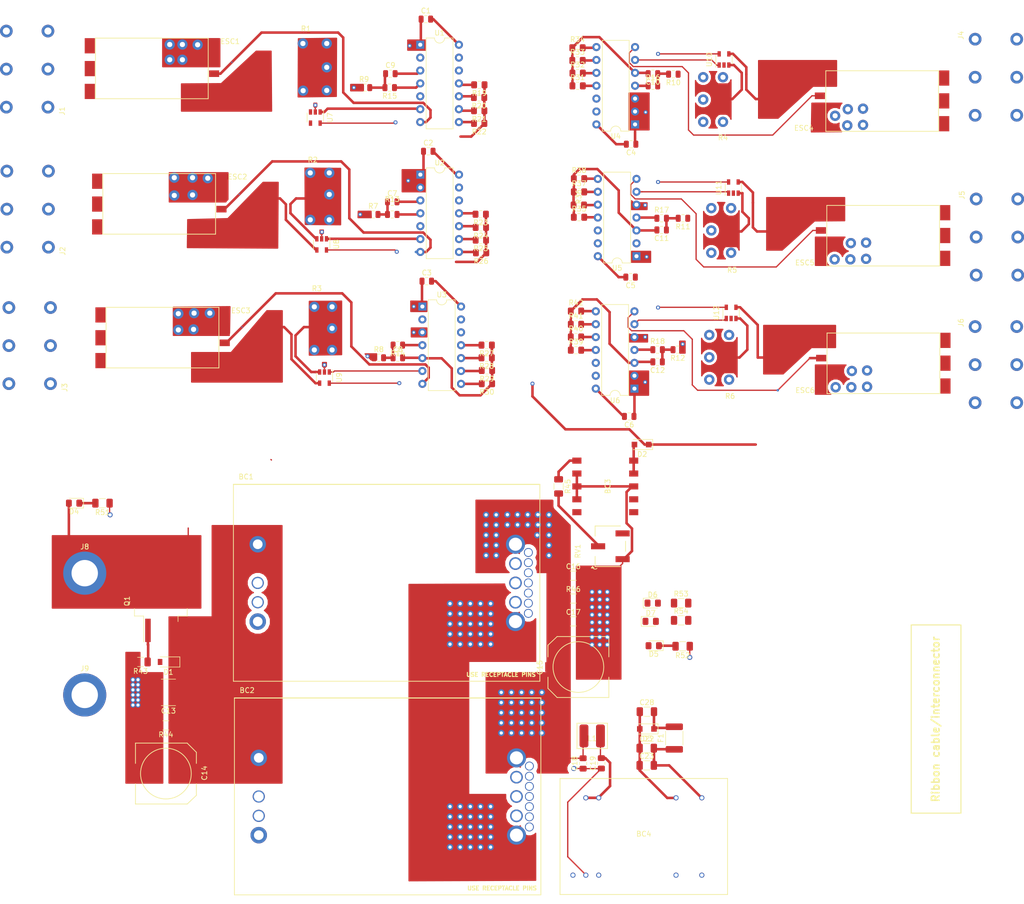
<source format=kicad_pcb>
(kicad_pcb (version 20171130) (host pcbnew "(5.0.0)")
  (layers (0 F.Cu signal) (1 power.Cu signal) (2 ground.Cu signal) (31 B.Cu signal) (34 B.Paste user) (35 F.Paste user) (36 B.SilkS user) (37 F.SilkS user) (38 B.Mask user) (39 F.Mask user) (44 Edge.Cuts user))
  (net 0 "")
  (net 1 "Net-(BC1-Pad10)")
  (net 2 "Net-(BC1-Pad11)")
  (net 3 "Net-(BC1-Pad12)")
  (net 4 "Net-(BC1-Pad16)")
  (net 5 "Net-(BC1-Pad15)")
  (net 6 "Net-(BC1-Pad14)")
  (net 7 "Net-(BC1-Pad13)")
  (net 8 GNDPWR)
  (net 9 "Net-(BC1-Pad6)")
  (net 10 "Net-(BC1-Pad7)")
  (net 11 "Net-(BC1-Pad8)")
  (net 12 Earth)
  (net 13 "Net-(BC1-Pad3)")
  (net 14 "Net-(BC2-Pad3)")
  (net 15 "Net-(BC2-Pad8)")
  (net 16 "Net-(BC2-Pad7)")
  (net 17 "Net-(BC2-Pad6)")
  (net 18 "Net-(BC2-Pad13)")
  (net 19 "Net-(BC2-Pad14)")
  (net 20 "Net-(BC2-Pad15)")
  (net 21 "Net-(BC2-Pad16)")
  (net 22 "Net-(BC2-Pad12)")
  (net 23 "Net-(BC2-Pad11)")
  (net 24 "Net-(BC2-Pad10)")
  (net 25 "Net-(BC3-Pad4)")
  (net 26 +12P)
  (net 27 "Net-(BC3-Pad6)")
  (net 28 "Net-(BC4-Pad1)")
  (net 29 "Net-(BC4-Pad11)")
  (net 30 +5V)
  (net 31 GNDS)
  (net 32 "Net-(BC4-Pad22)")
  (net 33 +48V)
  (net 34 /VIN+)
  (net 35 "Net-(D1-Pad2)")
  (net 36 "Net-(D4-Pad1)")
  (net 37 "Net-(D5-Pad1)")
  (net 38 +5VP)
  (net 39 "Net-(D7-Pad1)")
  (net 40 5VPI)
  (net 41 "Net-(D6-Pad1)")
  (net 42 /PWM1)
  (net 43 "Net-(ESC1-Pad5)")
  (net 44 "Net-(ESC1-Pad6)")
  (net 45 "Net-(ESC1-Pad7)")
  (net 46 "Net-(ESC2-Pad7)")
  (net 47 "Net-(ESC2-Pad6)")
  (net 48 "Net-(ESC2-Pad5)")
  (net 49 "Net-(ESC3-Pad5)")
  (net 50 "Net-(ESC3-Pad6)")
  (net 51 "Net-(ESC3-Pad7)")
  (net 52 "Net-(ESC4-Pad7)")
  (net 53 "Net-(ESC4-Pad6)")
  (net 54 "Net-(ESC4-Pad5)")
  (net 55 "Net-(ESC5-Pad5)")
  (net 56 "Net-(ESC5-Pad6)")
  (net 57 "Net-(ESC5-Pad7)")
  (net 58 "Net-(ESC6-Pad7)")
  (net 59 "Net-(ESC6-Pad6)")
  (net 60 "Net-(ESC6-Pad5)")
  (net 61 /PWM2)
  (net 62 /PWM3)
  (net 63 /PWM4)
  (net 64 /PWM5)
  (net 65 /PWM6)
  (net 66 "Net-(ESC4-Pad1)")
  (net 67 "Net-(ESC5-Pad1)")
  (net 68 "Net-(ESC6-Pad1)")
  (net 69 "Net-(ESC1-Pad1)")
  (net 70 "Net-(ESC2-Pad1)")
  (net 71 "Net-(ESC3-Pad1)")
  (net 72 "Net-(R16-Pad1)")
  (net 73 /CS4)
  (net 74 "Net-(R15-Pad1)")
  (net 75 /CS1)
  (net 76 /CS6)
  (net 77 "Net-(R18-Pad1)")
  (net 78 "Net-(U6-Pad12)")
  (net 79 "Net-(U6-Pad13)")
  (net 80 "Net-(R17-Pad1)")
  (net 81 /CS5)
  (net 82 /CS3)
  (net 83 "Net-(R13-Pad1)")
  (net 84 /CS2)
  (net 85 "Net-(C10-Pad1)")
  (net 86 "Net-(C7-Pad1)")
  (net 87 "Net-(C8-Pad1)")
  (net 88 "Net-(C9-Pad1)")
  (net 89 "Net-(C11-Pad1)")
  (net 90 "Net-(C12-Pad1)")
  (net 91 "Net-(R25-Pad2)")
  (net 92 "Net-(R36-Pad2)")
  (net 93 "Net-(R24-Pad2)")
  (net 94 "Net-(R28-Pad2)")
  (net 95 "Net-(R27-Pad2)")
  (net 96 "Net-(R26-Pad2)")
  (net 97 "Net-(R30-Pad2)")
  (net 98 "Net-(R23-Pad2)")
  (net 99 "Net-(R22-Pad2)")
  (net 100 "Net-(R21-Pad2)")
  (net 101 "Net-(R20-Pad2)")
  (net 102 "Net-(R19-Pad2)")
  (net 103 "Net-(R32-Pad2)")
  (net 104 "Net-(R42-Pad2)")
  (net 105 "Net-(R31-Pad2)")
  (net 106 "Net-(R33-Pad2)")
  (net 107 "Net-(R34-Pad2)")
  (net 108 "Net-(R35-Pad2)")
  (net 109 "Net-(R29-Pad2)")
  (net 110 "Net-(R38-Pad2)")
  (net 111 "Net-(R39-Pad2)")
  (net 112 "Net-(R40-Pad2)")
  (net 113 "Net-(R41-Pad2)")
  (net 114 "Net-(R37-Pad2)")
  (net 115 "Net-(R45-Pad2)")
  (net 116 "Net-(U4-Pad13)")
  (net 117 "Net-(U4-Pad12)")
  (net 118 "Net-(U1-Pad13)")
  (net 119 "Net-(U1-Pad12)")
  (net 120 "Net-(U5-Pad13)")
  (net 121 "Net-(U5-Pad12)")
  (net 122 "Net-(R14-Pad1)")
  (net 123 "Net-(U3-Pad12)")
  (net 124 "Net-(U3-Pad13)")
  (net 125 "Net-(U2-Pad13)")
  (net 126 "Net-(U2-Pad12)")
  (module rov:3269W-1-204GLF (layer F.Cu) (at 147.6 121.2 90)
    (fp_text reference RV1 (at -0.975001 -6.405001 90) (layer F.SilkS))
    (fp_text value 200k)
    (pad 2 smd rect (at 0 -2.415 90) (size 1.19 2.79) (layers F.Cu F.Paste F.Mask) (net 115 "Net-(R45-Pad2)"))
    (pad 1 smd rect (at -2.54 2.415 90) (size 1.19 2.79) (layers F.Cu F.Paste F.Mask) (net 8 GNDPWR))
    (pad 3 smd rect (at 2.54 2.415 90) (size 1.19 2.79) (layers F.Cu F.Paste F.Mask) (net 115 "Net-(R45-Pad2)"))
  )
  (module rov:DS_Q48SC12050 (layer F.Cu) (at 73.8 109.5)
    (fp_text reference BC1 (at 2 -2) (layer F.SilkS))
    (fp_text value DS_Q48SC12050NRII)
    (fp_text user "USE RECEPTACLE PINS" (at 52.25 37) (layer F.SilkS) (effects (font (size 0.8 0.8) (thickness 0.2))))
    (pad 10 thru_hole circle (at 57.64 24.92) (size 1.75 1.75) (drill 1.4) (layers *.Cu *.Mask) (net 1 "Net-(BC1-Pad10)"))
    (pad 11 thru_hole circle (at 57.64 22.92) (size 1.75 1.75) (drill 1.4) (layers *.Cu *.Mask) (net 2 "Net-(BC1-Pad11)"))
    (pad 12 thru_hole circle (at 57.64 20.92) (size 1.75 1.75) (drill 1.4) (layers *.Cu *.Mask) (net 3 "Net-(BC1-Pad12)"))
    (pad 16 thru_hole circle (at 57.64 12.92) (size 1.75 1.75) (drill 1.4) (layers *.Cu *.Mask) (net 4 "Net-(BC1-Pad16)"))
    (pad 15 thru_hole circle (at 57.64 14.92) (size 1.75 1.75) (drill 1.4) (layers *.Cu *.Mask) (net 5 "Net-(BC1-Pad15)"))
    (pad 14 thru_hole circle (at 57.64 16.92) (size 1.75 1.75) (drill 1.4) (layers *.Cu *.Mask) (net 6 "Net-(BC1-Pad14)"))
    (pad 13 thru_hole circle (at 57.64 18.92) (size 1.75 1.75) (drill 1.4) (layers *.Cu *.Mask) (net 7 "Net-(BC1-Pad13)"))
    (pad 5 thru_hole circle (at 55.1 26.54) (size 3.75 3.75) (drill 2.59) (layers *.Cu *.Mask) (net 8 GNDPWR))
    (pad 6 thru_hole circle (at 55.1 22.73) (size 2.5 2.5) (drill 1.905) (layers *.Cu *.Mask) (net 9 "Net-(BC1-Pad6)"))
    (pad 7 thru_hole circle (at 55.1 18.92) (size 2.5 2.5) (drill 1.905) (layers *.Cu *.Mask) (net 10 "Net-(BC1-Pad7)"))
    (pad 8 thru_hole circle (at 55.1 15.11) (size 2.5 2.5) (drill 1.905) (layers *.Cu *.Mask) (net 11 "Net-(BC1-Pad8)"))
    (pad 9 thru_hole circle (at 55.1 11.3) (size 3.75 3.75) (drill 2.59) (layers *.Cu *.Mask) (net 26 +12P))
    (pad 4 thru_hole circle (at 4.3 26.54) (size 3.25 3.25) (drill 1.905) (layers *.Cu *.Mask) (net 12 Earth))
    (pad 3 thru_hole circle (at 4.3 22.73) (size 2.4 2.4) (drill 1.905) (layers *.Cu *.Mask) (net 13 "Net-(BC1-Pad3)"))
    (pad 2 thru_hole circle (at 4.3 18.92) (size 2.4 2.4) (drill 1.905) (layers *.Cu *.Mask) (net 12 Earth))
    (pad 1 thru_hole circle (at 4.3 11.3) (size 3.25 3.25) (drill 1.905) (layers *.Cu *.Mask) (net 34 /VIN+))
  )
  (module rov:DS_Q48SC12050 (layer F.Cu) (at 74 151.6)
    (fp_text reference BC2 (at 2 -2) (layer F.SilkS))
    (fp_text value DS_Q48SC12050NRII)
    (fp_text user "USE RECEPTACLE PINS" (at 52.25 37) (layer F.SilkS) (effects (font (size 0.8 0.8) (thickness 0.2))))
    (pad 1 thru_hole circle (at 4.3 11.3) (size 3.25 3.25) (drill 1.905) (layers *.Cu *.Mask) (net 34 /VIN+))
    (pad 2 thru_hole circle (at 4.3 18.92) (size 2.4 2.4) (drill 1.905) (layers *.Cu *.Mask) (net 12 Earth))
    (pad 3 thru_hole circle (at 4.3 22.73) (size 2.4 2.4) (drill 1.905) (layers *.Cu *.Mask) (net 14 "Net-(BC2-Pad3)"))
    (pad 4 thru_hole circle (at 4.3 26.54) (size 3.25 3.25) (drill 1.905) (layers *.Cu *.Mask) (net 12 Earth))
    (pad 9 thru_hole circle (at 55.1 11.3) (size 3.75 3.75) (drill 2.59) (layers *.Cu *.Mask) (net 26 +12P))
    (pad 8 thru_hole circle (at 55.1 15.11) (size 2.5 2.5) (drill 1.905) (layers *.Cu *.Mask) (net 15 "Net-(BC2-Pad8)"))
    (pad 7 thru_hole circle (at 55.1 18.92) (size 2.5 2.5) (drill 1.905) (layers *.Cu *.Mask) (net 16 "Net-(BC2-Pad7)"))
    (pad 6 thru_hole circle (at 55.1 22.73) (size 2.5 2.5) (drill 1.905) (layers *.Cu *.Mask) (net 17 "Net-(BC2-Pad6)"))
    (pad 5 thru_hole circle (at 55.1 26.54) (size 3.75 3.75) (drill 2.59) (layers *.Cu *.Mask) (net 8 GNDPWR))
    (pad 13 thru_hole circle (at 57.64 18.92) (size 1.75 1.75) (drill 1.4) (layers *.Cu *.Mask) (net 18 "Net-(BC2-Pad13)"))
    (pad 14 thru_hole circle (at 57.64 16.92) (size 1.75 1.75) (drill 1.4) (layers *.Cu *.Mask) (net 19 "Net-(BC2-Pad14)"))
    (pad 15 thru_hole circle (at 57.64 14.92) (size 1.75 1.75) (drill 1.4) (layers *.Cu *.Mask) (net 20 "Net-(BC2-Pad15)"))
    (pad 16 thru_hole circle (at 57.64 12.92) (size 1.75 1.75) (drill 1.4) (layers *.Cu *.Mask) (net 21 "Net-(BC2-Pad16)"))
    (pad 12 thru_hole circle (at 57.64 20.92) (size 1.75 1.75) (drill 1.4) (layers *.Cu *.Mask) (net 22 "Net-(BC2-Pad12)"))
    (pad 11 thru_hole circle (at 57.64 22.92) (size 1.75 1.75) (drill 1.4) (layers *.Cu *.Mask) (net 23 "Net-(BC2-Pad11)"))
    (pad 10 thru_hole circle (at 57.64 24.92) (size 1.75 1.75) (drill 1.4) (layers *.Cu *.Mask) (net 24 "Net-(BC2-Pad10)"))
  )
  (module rov:R78AA-1.0 (layer F.Cu) (at 146.6 109.4 90)
    (fp_text reference BC3 (at 0 0.5 90) (layer F.SilkS))
    (fp_text value R-78AA-1.0)
    (pad 3 smd rect (at 0 5.6 90) (size 1.2 1.8) (layers F.Cu F.Paste F.Mask) (net 8 GNDPWR))
    (pad 4 smd rect (at 2.54 5.6 90) (size 1.2 1.8) (layers F.Cu F.Paste F.Mask) (net 25 "Net-(BC3-Pad4)"))
    (pad 5 smd rect (at 5.08 5.6 90) (size 1.2 1.8) (layers F.Cu F.Paste F.Mask) (net 25 "Net-(BC3-Pad4)"))
    (pad 1 smd rect (at -5.08 5.6 90) (size 1.2 1.8) (layers F.Cu F.Paste F.Mask) (net 26 +12P))
    (pad 2 smd rect (at -2.54 5.6 90) (size 1.2 1.8) (layers F.Cu F.Paste F.Mask) (net 26 +12P))
    (pad 10 smd rect (at -5.08 -5.6 270) (size 1.2 1.8) (layers F.Cu F.Paste F.Mask) (net 26 +12P))
    (pad 9 smd rect (at -2.54 -5.6 270) (size 1.2 1.8) (layers F.Cu F.Paste F.Mask) (net 8 GNDPWR))
    (pad 7 smd rect (at 2.54 -5.6 270) (size 1.2 1.8) (layers F.Cu F.Paste F.Mask) (net 8 GNDPWR))
    (pad 8 smd rect (at 0 -5.6 270) (size 1.2 1.8) (layers F.Cu F.Paste F.Mask) (net 8 GNDPWR))
    (pad 6 smd rect (at 5.08 -5.6 270) (size 1.2 1.8) (layers F.Cu F.Paste F.Mask) (net 27 "Net-(BC3-Pad6)"))
  )
  (module rov:JTF1524S05 (layer F.Cu) (at 154 178.4 180)
    (fp_text reference BC4 (at -0.194052 0.5 180) (layer F.SilkS))
    (fp_text value JTF1524S05)
    (pad 2 thru_hole circle (at 11.235948 -7.62 180) (size 1 1) (drill 0.65) (layers *.Cu *.Mask) (net 8 GNDPWR))
    (pad 3 thru_hole circle (at 8.695948 -7.62 180) (size 1 1) (drill 0.65) (layers *.Cu *.Mask) (net 8 GNDPWR))
    (pad 1 thru_hole circle (at 13.775948 -7.62 180) (size 1 1) (drill 0.65) (layers *.Cu *.Mask) (net 28 "Net-(BC4-Pad1)"))
    (pad 11 thru_hole circle (at -11.624052 -7.62 180) (size 1 1) (drill 0.65) (layers *.Cu *.Mask) (net 29 "Net-(BC4-Pad11)"))
    (pad 9 thru_hole circle (at -6.544052 -7.62 180) (size 1 1) (drill 0.65) (layers *.Cu *.Mask))
    (pad 14 thru_hole circle (at -11.624052 7.62 180) (size 1 1) (drill 0.65) (layers *.Cu *.Mask) (net 30 +5V))
    (pad 16 thru_hole circle (at -6.544052 7.62 180) (size 1 1) (drill 0.65) (layers *.Cu *.Mask) (net 31 GNDS))
    (pad 23 thru_hole circle (at 11.235948 7.62 180) (size 1 1) (drill 0.65) (layers *.Cu *.Mask) (net 32 "Net-(BC4-Pad22)"))
    (pad 22 thru_hole circle (at 8.695948 7.62 180) (size 1 1) (drill 0.65) (layers *.Cu *.Mask) (net 32 "Net-(BC4-Pad22)"))
  )
  (module rov:C_2220_SMD (layer F.Cu) (at 60.5 150 180)
    (fp_text reference C13 (at 0 -3.65 180) (layer F.SilkS))
    (fp_text value 10uF)
    (pad 1 smd roundrect (at -2.6375 0 180) (size 1.975 5.4) (layers F.Cu F.Paste F.Mask) (roundrect_rratio 0.126582) (net 34 /VIN+))
    (pad 2 smd roundrect (at 2.6375 0 180) (size 1.975 5.4) (layers F.Cu F.Paste F.Mask) (roundrect_rratio 0.126582) (net 12 Earth))
  )
  (module rov:PCR1J101MCL1GS (layer F.Cu) (at 60 166 270)
    (fp_text reference C14 (at -0.1 -7.6 270) (layer F.SilkS))
    (fp_text value 100uF)
    (pad 2 smd rect (at 0 4.35 90) (size 1.9 4.4) (layers F.Cu F.Paste F.Mask) (net 12 Earth))
    (pad 1 smd rect (at 0 -4.35 270) (size 1.9 4.4) (layers F.Cu F.Paste F.Mask) (net 34 /VIN+))
  )
  (module rov:PCR1J101MCL1GS (layer F.Cu) (at 141.3 145 90)
    (fp_text reference C15 (at -0.1 -7.6 90) (layer F.SilkS))
    (fp_text value 330uF)
    (pad 1 smd rect (at 0 -4.35 90) (size 1.9 4.4) (layers F.Cu F.Paste F.Mask) (net 26 +12P))
    (pad 2 smd rect (at 0 4.35 270) (size 1.9 4.4) (layers F.Cu F.Paste F.Mask) (net 8 GNDPWR))
  )
  (module rov:C_1206_SMD (layer F.Cu) (at 140.3 127)
    (fp_text reference C16 (at 0 -1.82) (layer F.SilkS))
    (fp_text value 10uF)
    (pad 1 smd roundrect (at -1.4 0) (size 1.25 1.75) (layers F.Cu F.Paste F.Mask) (roundrect_rratio 0.2) (net 26 +12P))
    (pad 2 smd roundrect (at 1.4 0) (size 1.25 1.75) (layers F.Cu F.Paste F.Mask) (roundrect_rratio 0.2) (net 8 GNDPWR))
  )
  (module rov:C_1206_SMD (layer F.Cu) (at 140.3 136)
    (fp_text reference C17 (at 0 -1.82) (layer F.SilkS))
    (fp_text value 1uF)
    (pad 2 smd roundrect (at 1.4 0) (size 1.25 1.75) (layers F.Cu F.Paste F.Mask) (roundrect_rratio 0.2) (net 8 GNDPWR))
    (pad 1 smd roundrect (at -1.4 0) (size 1.25 1.75) (layers F.Cu F.Paste F.Mask) (roundrect_rratio 0.2) (net 26 +12P))
  )
  (module rov:C_0805_SMD (layer F.Cu) (at 142.223653 164.003973 90)
    (fp_text reference C18 (at 0 -1.65 90) (layer F.SilkS))
    (fp_text value 2.2uF)
    (pad 2 smd roundrect (at 1.025 0 90) (size 1.15 1.4) (layers F.Cu F.Paste F.Mask) (roundrect_rratio 0.217391) (net 26 +12P))
    (pad 1 smd roundrect (at -1.025 0 90) (size 1.15 1.4) (layers F.Cu F.Paste F.Mask) (roundrect_rratio 0.217391) (net 8 GNDPWR))
  )
  (module rov:C_0805_SMD (layer F.Cu) (at 145.823653 163.978973 90)
    (fp_text reference C19 (at 0 -1.65 90) (layer F.SilkS))
    (fp_text value 2.2uF)
    (pad 1 smd roundrect (at -1.025 0 90) (size 1.15 1.4) (layers F.Cu F.Paste F.Mask) (roundrect_rratio 0.217391) (net 8 GNDPWR))
    (pad 2 smd roundrect (at 1.025 0 90) (size 1.15 1.4) (layers F.Cu F.Paste F.Mask) (roundrect_rratio 0.217391) (net 32 "Net-(BC4-Pad22)"))
  )
  (module rov:C_1206_SMD (layer F.Cu) (at 154.771673 160.9856)
    (fp_text reference C22 (at 0 -1.82) (layer F.SilkS))
    (fp_text value 10uF)
    (pad 1 smd roundrect (at -1.4 0) (size 1.25 1.75) (layers F.Cu F.Paste F.Mask) (roundrect_rratio 0.2) (net 31 GNDS))
    (pad 2 smd roundrect (at 1.4 0) (size 1.25 1.75) (layers F.Cu F.Paste F.Mask) (roundrect_rratio 0.2) (net 30 +5V))
  )
  (module rov:C_1206_SMD (layer F.Cu) (at 154.771673 164.3856)
    (fp_text reference C23 (at 0 -1.82) (layer F.SilkS))
    (fp_text value 1uF)
    (pad 1 smd roundrect (at -1.4 0) (size 1.25 1.75) (layers F.Cu F.Paste F.Mask) (roundrect_rratio 0.2) (net 31 GNDS))
    (pad 2 smd roundrect (at 1.4 0) (size 1.25 1.75) (layers F.Cu F.Paste F.Mask) (roundrect_rratio 0.2) (net 30 +5V))
  )
  (module rov:C_1206_SMD (layer F.Cu) (at 154.8 153.8)
    (fp_text reference C28 (at 0 -1.82) (layer F.SilkS))
    (fp_text value 47uF)
    (pad 2 smd roundrect (at 1.4 0) (size 1.25 1.75) (layers F.Cu F.Paste F.Mask) (roundrect_rratio 0.2) (net 40 5VPI))
    (pad 1 smd roundrect (at -1.4 0) (size 1.25 1.75) (layers F.Cu F.Paste F.Mask) (roundrect_rratio 0.2) (net 31 GNDS))
  )
  (module Diode_SMD:D_SOD-123 (layer F.Cu) (at 60.5 144 180)
    (fp_text reference D1 (at 0 -2 180) (layer F.SilkS))
    (fp_text value 12V)
    (pad 1 smd rect (at -1.65 0 180) (size 0.9 1.2) (layers F.Cu F.Paste F.Mask) (net 34 /VIN+))
    (pad 2 smd rect (at 1.65 0 180) (size 0.9 1.2) (layers F.Cu F.Paste F.Mask) (net 35 "Net-(D1-Pad2)"))
  )
  (module LED_SMD:LED_0805_2012Metric_Pad1.15x1.40mm_HandSolder (layer F.Cu) (at 41.9 112.7 180)
    (fp_text reference D4 (at 0 -1.65 180) (layer F.SilkS))
    (fp_text value LED)
    (pad 2 smd roundrect (at 1.025 0 180) (size 1.15 1.4) (layers F.Cu F.Paste F.Mask) (roundrect_rratio 0.217391) (net 33 +48V))
    (pad 1 smd roundrect (at -1.025 0 180) (size 1.15 1.4) (layers F.Cu F.Paste F.Mask) (roundrect_rratio 0.217391) (net 36 "Net-(D4-Pad1)"))
  )
  (module LED_SMD:LED_0805_2012Metric_Pad1.15x1.40mm_HandSolder (layer F.Cu) (at 156.15 140.8 180)
    (fp_text reference D5 (at 0 -1.65 180) (layer F.SilkS))
    (fp_text value LED)
    (pad 1 smd roundrect (at -1.025 0 180) (size 1.15 1.4) (layers F.Cu F.Paste F.Mask) (roundrect_rratio 0.217391) (net 37 "Net-(D5-Pad1)"))
    (pad 2 smd roundrect (at 1.025 0 180) (size 1.15 1.4) (layers F.Cu F.Paste F.Mask) (roundrect_rratio 0.217391) (net 26 +12P))
  )
  (module LED_SMD:LED_0805_2012Metric_Pad1.15x1.40mm_HandSolder (layer F.Cu) (at 155.95 132.4)
    (fp_text reference D6 (at 0 -1.65) (layer F.SilkS))
    (fp_text value LED)
    (pad 1 smd roundrect (at -1.025 0) (size 1.15 1.4) (layers F.Cu F.Paste F.Mask) (roundrect_rratio 0.217391) (net 41 "Net-(D6-Pad1)"))
    (pad 2 smd roundrect (at 1.025 0) (size 1.15 1.4) (layers F.Cu F.Paste F.Mask) (roundrect_rratio 0.217391) (net 30 +5V))
  )
  (module LED_SMD:LED_0805_2012Metric_Pad1.15x1.40mm_HandSolder (layer F.Cu) (at 155.55 136)
    (fp_text reference D7 (at 0 -1.65) (layer F.SilkS))
    (fp_text value LED)
    (pad 2 smd roundrect (at 1.025 0) (size 1.15 1.4) (layers F.Cu F.Paste F.Mask) (roundrect_rratio 0.217391) (net 38 +5VP))
    (pad 1 smd roundrect (at -1.025 0) (size 1.15 1.4) (layers F.Cu F.Paste F.Mask) (roundrect_rratio 0.217391) (net 39 "Net-(D7-Pad1)"))
  )
  (module rov:R_1812_SMD (layer F.Cu) (at 160.2 159 90)
    (fp_text reference F1 (at 0 -2.65 90) (layer F.SilkS))
    (fp_text value MF-MSMF250/16X-2)
    (pad 1 smd roundrect (at -2.225 0 90) (size 1.3 3.4) (layers F.Cu F.Paste F.Mask) (roundrect_rratio 0.192308) (net 30 +5V))
    (pad 2 smd roundrect (at 2.225 0 90) (size 1.3 3.4) (layers F.Cu F.Paste F.Mask) (roundrect_rratio 0.192308) (net 40 5VPI))
  )
  (module rov:7466004 (layer F.Cu) (at 44 126.5)
    (fp_text reference J8 (at 0 -5.2) (layer F.SilkS))
    (fp_text value Conn_01x01)
    (pad 1 thru_hole circle (at 0 0 180) (size 8.5 8.5) (drill 5.2) (layers *.Cu *.Mask) (net 33 +48V))
  )
  (module rov:7466004 (layer F.Cu) (at 44 150.5)
    (fp_text reference J9 (at 0 -5.2) (layer F.SilkS))
    (fp_text value Conn_01x01)
    (pad 1 thru_hole circle (at 0 0 180) (size 8.5 8.5) (drill 5.2) (layers *.Cu *.Mask) (net 12 Earth))
  )
  (module rov:SDE0403A-120M (layer F.Cu) (at 144.023653 158.578973)
    (fp_text reference L1 (at 0 0.5) (layer F.SilkS))
    (fp_text value 12uH)
    (pad 1 smd roundrect (at -1.625 0 180) (size 1.75 4.5) (layers F.Cu F.Paste F.Mask) (net 26 +12P))
    (pad 2 smd roundrect (at 1.625 0) (size 1.75 4.5) (layers F.Cu F.Paste F.Mask) (net 32 "Net-(BC4-Pad22)"))
  )
  (module Package_TO_SOT_SMD:TO-263-2 (layer F.Cu) (at 59 132 90)
    (fp_text reference Q1 (at 0 -6.65 90) (layer F.SilkS))
    (fp_text value Q_PMOS_GDS)
    (pad 1 smd rect (at -5.775 -2.54 90) (size 4.6 1.1) (layers F.Cu F.Paste F.Mask) (net 35 "Net-(D1-Pad2)"))
    (pad 3 smd rect (at -5.775 2.54 90) (size 4.6 1.1) (layers F.Cu F.Paste F.Mask) (net 34 /VIN+))
    (pad 2 smd rect (at 3.375 0 90) (size 9.4 10.8) (layers F.Cu F.Mask) (net 33 +48V))
  )
  (module rov:R_1206_SMD (layer F.Cu) (at 55 144 180)
    (fp_text reference R43 (at 0 -1.82 180) (layer F.SilkS))
    (fp_text value 100k)
    (pad 1 smd roundrect (at -1.4 0 180) (size 1.25 1.75) (layers F.Cu F.Paste F.Mask) (roundrect_rratio 0.2) (net 35 "Net-(D1-Pad2)"))
    (pad 2 smd roundrect (at 1.4 0 180) (size 1.25 1.75) (layers F.Cu F.Paste F.Mask) (roundrect_rratio 0.2) (net 12 Earth))
  )
  (module rov:R_1206_SMD (layer F.Cu) (at 60 156.5 180)
    (fp_text reference R44 (at 0 -1.82 180) (layer F.SilkS))
    (fp_text value 12K)
    (pad 2 smd roundrect (at 1.4 0 180) (size 1.25 1.75) (layers F.Cu F.Paste F.Mask) (roundrect_rratio 0.2) (net 12 Earth))
    (pad 1 smd roundrect (at -1.4 0 180) (size 1.25 1.75) (layers F.Cu F.Paste F.Mask) (roundrect_rratio 0.2) (net 34 /VIN+))
  )
  (module rov:R_1206_SMD (layer F.Cu) (at 137.4 109.4 270)
    (fp_text reference R45 (at 0 -1.82 270) (layer F.SilkS))
    (fp_text value 470K)
    (pad 1 smd roundrect (at -1.4 0 270) (size 1.25 1.75) (layers F.Cu F.Paste F.Mask) (roundrect_rratio 0.2) (net 27 "Net-(BC3-Pad6)"))
    (pad 2 smd roundrect (at 1.4 0 270) (size 1.25 1.75) (layers F.Cu F.Paste F.Mask) (roundrect_rratio 0.2) (net 115 "Net-(R45-Pad2)"))
  )
  (module rov:C_1206_SMD (layer F.Cu) (at 47.5 112.7 180)
    (fp_text reference R51 (at 0 -1.82 180) (layer F.SilkS))
    (fp_text value 2.4K)
    (pad 1 smd roundrect (at -1.4 0 180) (size 1.25 1.75) (layers F.Cu F.Paste F.Mask) (roundrect_rratio 0.2) (net 12 Earth))
    (pad 2 smd roundrect (at 1.4 0 180) (size 1.25 1.75) (layers F.Cu F.Paste F.Mask) (roundrect_rratio 0.2) (net 36 "Net-(D4-Pad1)"))
  )
  (module rov:C_1206_SMD (layer F.Cu) (at 161.85 140.9 180)
    (fp_text reference R52 (at 0 -1.82 180) (layer F.SilkS))
    (fp_text value 600)
    (pad 2 smd roundrect (at 1.4 0 180) (size 1.25 1.75) (layers F.Cu F.Paste F.Mask) (roundrect_rratio 0.2) (net 37 "Net-(D5-Pad1)"))
    (pad 1 smd roundrect (at -1.4 0 180) (size 1.25 1.75) (layers F.Cu F.Paste F.Mask) (roundrect_rratio 0.2) (net 8 GNDPWR))
  )
  (module rov:C_1206_SMD (layer F.Cu) (at 161.55 132.4)
    (fp_text reference R53 (at 0 -1.82) (layer F.SilkS))
    (fp_text value 600)
    (pad 2 smd roundrect (at 1.4 0) (size 1.25 1.75) (layers F.Cu F.Paste F.Mask) (roundrect_rratio 0.2) (net 41 "Net-(D6-Pad1)"))
    (pad 1 smd roundrect (at -1.4 0) (size 1.25 1.75) (layers F.Cu F.Paste F.Mask) (roundrect_rratio 0.2) (net 31 GNDS))
  )
  (module rov:C_1206_SMD (layer F.Cu) (at 161.55 135.8)
    (fp_text reference R54 (at 0 -1.82) (layer F.SilkS))
    (fp_text value 600)
    (pad 1 smd roundrect (at -1.4 0) (size 1.25 1.75) (layers F.Cu F.Paste F.Mask) (roundrect_rratio 0.2) (net 8 GNDPWR))
    (pad 2 smd roundrect (at 1.4 0) (size 1.25 1.75) (layers F.Cu F.Paste F.Mask) (roundrect_rratio 0.2) (net 39 "Net-(D7-Pad1)"))
  )
  (module rov:C_1206_SMD (layer F.Cu) (at 140.3 131.5)
    (fp_text reference R46 (at 0 -1.82) (layer F.SilkS))
    (fp_text value 3.3K)
    (pad 1 smd roundrect (at -1.4 0) (size 1.25 1.75) (layers F.Cu F.Paste F.Mask) (roundrect_rratio 0.2) (net 26 +12P))
    (pad 2 smd roundrect (at 1.4 0) (size 1.25 1.75) (layers F.Cu F.Paste F.Mask) (roundrect_rratio 0.2) (net 8 GNDPWR))
  )
  (module rov:D_SOD-123F (layer F.Cu) (at 153.75 101.15 180)
    (fp_text reference D2 (at -0.127 -1.905 180) (layer F.SilkS))
    (fp_text value D_Small_ALT)
    (pad 1 smd rect (at -1.4 0 180) (size 1.1 1.1) (layers F.Cu F.Paste F.Mask) (net 38 +5VP))
    (pad 2 smd rect (at 1.4 0 180) (size 1.1 1.1) (layers F.Cu F.Paste F.Mask) (net 25 "Net-(BC3-Pad4)"))
  )
  (module rov:D_SOD-123F (layer F.Cu) (at 154.8 157.2 180)
    (fp_text reference D3 (at -0.127 -1.905 180) (layer F.SilkS))
    (fp_text value SMBJ5.0A-13-F)
    (pad 1 smd rect (at -1.4 0 180) (size 1.1 1.1) (layers F.Cu F.Paste F.Mask) (net 40 5VPI))
    (pad 2 smd rect (at 1.4 0 180) (size 1.1 1.1) (layers F.Cu F.Paste F.Mask) (net 31 GNDS))
  )
  (module "ROV:Shunt Resistor" (layer F.Cu) (at 169.8 40.162)
    (fp_text reference R4 (at 0 0.5) (layer F.SilkS))
    (fp_text value WSLP59311L000FEB)
    (pad 2 smd rect (at 8.3 -7.112) (size 2.7 6.2) (layers F.Cu F.Paste F.Mask) (net 66 "Net-(ESC4-Pad1)"))
    (pad 1 smd rect (at 0 -7.112) (size 2.7 6.2) (layers F.Cu F.Paste F.Mask) (net 26 +12P))
  )
  (module "ROV:Shunt Resistor" (layer F.Cu) (at 88.95 45.538 180)
    (fp_text reference R2 (at 0 0.5 180) (layer F.SilkS))
    (fp_text value WSLP59311L000FEB)
    (pad 2 smd rect (at 8.3 -7.112 180) (size 2.7 6.2) (layers F.Cu F.Paste F.Mask) (net 70 "Net-(ESC2-Pad1)"))
    (pad 1 smd rect (at 0 -7.112 180) (size 2.7 6.2) (layers F.Cu F.Paste F.Mask) (net 26 +12P))
  )
  (module Package_DIP:DIP-14_W7.62mm (layer F.Cu) (at 110.15 47.95)
    (fp_text reference U2 (at 3.81 -2.33) (layer F.SilkS))
    (fp_text value PIC16F15323)
    (pad 14 thru_hole oval (at 7.62 0) (size 1.6 1.6) (drill 0.8) (layers *.Cu *.Mask) (net 8 GNDPWR))
    (pad 7 thru_hole oval (at 0 15.24) (size 1.6 1.6) (drill 0.8) (layers *.Cu *.Mask) (net 61 /PWM2))
    (pad 13 thru_hole oval (at 7.62 2.54) (size 1.6 1.6) (drill 0.8) (layers *.Cu *.Mask) (net 125 "Net-(U2-Pad13)"))
    (pad 6 thru_hole oval (at 0 12.7) (size 1.6 1.6) (drill 0.8) (layers *.Cu *.Mask) (net 84 /CS2))
    (pad 12 thru_hole oval (at 7.62 5.08) (size 1.6 1.6) (drill 0.8) (layers *.Cu *.Mask) (net 126 "Net-(U2-Pad12)"))
    (pad 5 thru_hole oval (at 0 10.16) (size 1.6 1.6) (drill 0.8) (layers *.Cu *.Mask) (net 8 GNDPWR))
    (pad 11 thru_hole oval (at 7.62 7.62) (size 1.6 1.6) (drill 0.8) (layers *.Cu *.Mask) (net 98 "Net-(R23-Pad2)"))
    (pad 4 thru_hole oval (at 0 7.62) (size 1.6 1.6) (drill 0.8) (layers *.Cu *.Mask) (net 83 "Net-(R13-Pad1)"))
    (pad 10 thru_hole oval (at 7.62 10.16) (size 1.6 1.6) (drill 0.8) (layers *.Cu *.Mask) (net 93 "Net-(R24-Pad2)"))
    (pad 3 thru_hole oval (at 0 5.08) (size 1.6 1.6) (drill 0.8) (layers *.Cu *.Mask) (net 8 GNDPWR))
    (pad 9 thru_hole oval (at 7.62 12.7) (size 1.6 1.6) (drill 0.8) (layers *.Cu *.Mask) (net 91 "Net-(R25-Pad2)"))
    (pad 2 thru_hole oval (at 0 2.54) (size 1.6 1.6) (drill 0.8) (layers *.Cu *.Mask) (net 38 +5VP))
    (pad 8 thru_hole oval (at 7.62 15.24) (size 1.6 1.6) (drill 0.8) (layers *.Cu *.Mask) (net 96 "Net-(R26-Pad2)"))
    (pad 1 thru_hole rect (at 0 0) (size 1.6 1.6) (drill 0.8) (layers *.Cu *.Mask) (net 38 +5VP))
  )
  (module Package_DIP:DIP-14_W7.62mm (layer F.Cu) (at 152.35 90.13 180)
    (fp_text reference U6 (at 3.81 -2.33 180) (layer F.SilkS))
    (fp_text value PIC16F15323)
    (pad 14 thru_hole oval (at 7.62 0 180) (size 1.6 1.6) (drill 0.8) (layers *.Cu *.Mask) (net 8 GNDPWR))
    (pad 7 thru_hole oval (at 0 15.24 180) (size 1.6 1.6) (drill 0.8) (layers *.Cu *.Mask) (net 65 /PWM6))
    (pad 13 thru_hole oval (at 7.62 2.54 180) (size 1.6 1.6) (drill 0.8) (layers *.Cu *.Mask) (net 79 "Net-(U6-Pad13)"))
    (pad 6 thru_hole oval (at 0 12.7 180) (size 1.6 1.6) (drill 0.8) (layers *.Cu *.Mask) (net 76 /CS6))
    (pad 12 thru_hole oval (at 7.62 5.08 180) (size 1.6 1.6) (drill 0.8) (layers *.Cu *.Mask) (net 78 "Net-(U6-Pad12)"))
    (pad 5 thru_hole oval (at 0 10.16 180) (size 1.6 1.6) (drill 0.8) (layers *.Cu *.Mask) (net 38 +5VP))
    (pad 11 thru_hole oval (at 7.62 7.62 180) (size 1.6 1.6) (drill 0.8) (layers *.Cu *.Mask) (net 111 "Net-(R39-Pad2)"))
    (pad 4 thru_hole oval (at 0 7.62 180) (size 1.6 1.6) (drill 0.8) (layers *.Cu *.Mask) (net 77 "Net-(R18-Pad1)"))
    (pad 10 thru_hole oval (at 7.62 10.16 180) (size 1.6 1.6) (drill 0.8) (layers *.Cu *.Mask) (net 112 "Net-(R40-Pad2)"))
    (pad 3 thru_hole oval (at 0 5.08 180) (size 1.6 1.6) (drill 0.8) (layers *.Cu *.Mask) (net 8 GNDPWR))
    (pad 9 thru_hole oval (at 7.62 12.7 180) (size 1.6 1.6) (drill 0.8) (layers *.Cu *.Mask) (net 113 "Net-(R41-Pad2)"))
    (pad 2 thru_hole oval (at 0 2.54 180) (size 1.6 1.6) (drill 0.8) (layers *.Cu *.Mask) (net 38 +5VP))
    (pad 8 thru_hole oval (at 7.62 15.24 180) (size 1.6 1.6) (drill 0.8) (layers *.Cu *.Mask) (net 104 "Net-(R42-Pad2)"))
    (pad 1 thru_hole rect (at 0 0 180) (size 1.6 1.6) (drill 0.8) (layers *.Cu *.Mask) (net 38 +5VP))
  )
  (module Package_DIP:DIP-14_W7.62mm (layer F.Cu) (at 152.75 64.03 180)
    (fp_text reference U5 (at 3.81 -2.33 180) (layer F.SilkS))
    (fp_text value PIC16F15323)
    (pad 14 thru_hole oval (at 7.62 0 180) (size 1.6 1.6) (drill 0.8) (layers *.Cu *.Mask) (net 8 GNDPWR))
    (pad 7 thru_hole oval (at 0 15.24 180) (size 1.6 1.6) (drill 0.8) (layers *.Cu *.Mask) (net 64 /PWM5))
    (pad 13 thru_hole oval (at 7.62 2.54 180) (size 1.6 1.6) (drill 0.8) (layers *.Cu *.Mask) (net 120 "Net-(U5-Pad13)"))
    (pad 6 thru_hole oval (at 0 12.7 180) (size 1.6 1.6) (drill 0.8) (layers *.Cu *.Mask) (net 81 /CS5))
    (pad 12 thru_hole oval (at 7.62 5.08 180) (size 1.6 1.6) (drill 0.8) (layers *.Cu *.Mask) (net 121 "Net-(U5-Pad12)"))
    (pad 5 thru_hole oval (at 0 10.16 180) (size 1.6 1.6) (drill 0.8) (layers *.Cu *.Mask) (net 38 +5VP))
    (pad 11 thru_hole oval (at 7.62 7.62 180) (size 1.6 1.6) (drill 0.8) (layers *.Cu *.Mask) (net 108 "Net-(R35-Pad2)"))
    (pad 4 thru_hole oval (at 0 7.62 180) (size 1.6 1.6) (drill 0.8) (layers *.Cu *.Mask) (net 80 "Net-(R17-Pad1)"))
    (pad 10 thru_hole oval (at 7.62 10.16 180) (size 1.6 1.6) (drill 0.8) (layers *.Cu *.Mask) (net 92 "Net-(R36-Pad2)"))
    (pad 3 thru_hole oval (at 0 5.08 180) (size 1.6 1.6) (drill 0.8) (layers *.Cu *.Mask) (net 8 GNDPWR))
    (pad 9 thru_hole oval (at 7.62 12.7 180) (size 1.6 1.6) (drill 0.8) (layers *.Cu *.Mask) (net 114 "Net-(R37-Pad2)"))
    (pad 2 thru_hole oval (at 0 2.54 180) (size 1.6 1.6) (drill 0.8) (layers *.Cu *.Mask) (net 8 GNDPWR))
    (pad 8 thru_hole oval (at 7.62 15.24 180) (size 1.6 1.6) (drill 0.8) (layers *.Cu *.Mask) (net 110 "Net-(R38-Pad2)"))
    (pad 1 thru_hole rect (at 0 0 180) (size 1.6 1.6) (drill 0.8) (layers *.Cu *.Mask) (net 38 +5VP))
  )
  (module Package_DIP:DIP-14_W7.62mm (layer F.Cu) (at 152.47 38.05 180)
    (fp_text reference U4 (at 3.81 -2.33 180) (layer F.SilkS))
    (fp_text value PIC16F15323)
    (pad 14 thru_hole oval (at 7.62 0 180) (size 1.6 1.6) (drill 0.8) (layers *.Cu *.Mask) (net 8 GNDPWR))
    (pad 7 thru_hole oval (at 0 15.24 180) (size 1.6 1.6) (drill 0.8) (layers *.Cu *.Mask) (net 63 /PWM4))
    (pad 13 thru_hole oval (at 7.62 2.54 180) (size 1.6 1.6) (drill 0.8) (layers *.Cu *.Mask) (net 116 "Net-(U4-Pad13)"))
    (pad 6 thru_hole oval (at 0 12.7 180) (size 1.6 1.6) (drill 0.8) (layers *.Cu *.Mask) (net 73 /CS4))
    (pad 12 thru_hole oval (at 7.62 5.08 180) (size 1.6 1.6) (drill 0.8) (layers *.Cu *.Mask) (net 117 "Net-(U4-Pad12)"))
    (pad 5 thru_hole oval (at 0 10.16 180) (size 1.6 1.6) (drill 0.8) (layers *.Cu *.Mask) (net 8 GNDPWR))
    (pad 11 thru_hole oval (at 7.62 7.62 180) (size 1.6 1.6) (drill 0.8) (layers *.Cu *.Mask) (net 105 "Net-(R31-Pad2)"))
    (pad 4 thru_hole oval (at 0 7.62 180) (size 1.6 1.6) (drill 0.8) (layers *.Cu *.Mask) (net 72 "Net-(R16-Pad1)"))
    (pad 10 thru_hole oval (at 7.62 10.16 180) (size 1.6 1.6) (drill 0.8) (layers *.Cu *.Mask) (net 103 "Net-(R32-Pad2)"))
    (pad 3 thru_hole oval (at 0 5.08 180) (size 1.6 1.6) (drill 0.8) (layers *.Cu *.Mask) (net 38 +5VP))
    (pad 9 thru_hole oval (at 7.62 12.7 180) (size 1.6 1.6) (drill 0.8) (layers *.Cu *.Mask) (net 106 "Net-(R33-Pad2)"))
    (pad 2 thru_hole oval (at 0 2.54 180) (size 1.6 1.6) (drill 0.8) (layers *.Cu *.Mask) (net 38 +5VP))
    (pad 8 thru_hole oval (at 7.62 15.24 180) (size 1.6 1.6) (drill 0.8) (layers *.Cu *.Mask) (net 107 "Net-(R34-Pad2)"))
    (pad 1 thru_hole rect (at 0 0 180) (size 1.6 1.6) (drill 0.8) (layers *.Cu *.Mask) (net 38 +5VP))
  )
  (module Package_DIP:DIP-14_W7.62mm (layer F.Cu) (at 110.55 73.95)
    (fp_text reference U3 (at 3.81 -2.33) (layer F.SilkS))
    (fp_text value PIC16F15323)
    (pad 14 thru_hole oval (at 7.62 0) (size 1.6 1.6) (drill 0.8) (layers *.Cu *.Mask) (net 8 GNDPWR))
    (pad 7 thru_hole oval (at 0 15.24) (size 1.6 1.6) (drill 0.8) (layers *.Cu *.Mask) (net 62 /PWM3))
    (pad 13 thru_hole oval (at 7.62 2.54) (size 1.6 1.6) (drill 0.8) (layers *.Cu *.Mask) (net 124 "Net-(U3-Pad13)"))
    (pad 6 thru_hole oval (at 0 12.7) (size 1.6 1.6) (drill 0.8) (layers *.Cu *.Mask) (net 82 /CS3))
    (pad 12 thru_hole oval (at 7.62 5.08) (size 1.6 1.6) (drill 0.8) (layers *.Cu *.Mask) (net 123 "Net-(U3-Pad12)"))
    (pad 5 thru_hole oval (at 0 10.16) (size 1.6 1.6) (drill 0.8) (layers *.Cu *.Mask) (net 8 GNDPWR))
    (pad 11 thru_hole oval (at 7.62 7.62) (size 1.6 1.6) (drill 0.8) (layers *.Cu *.Mask) (net 95 "Net-(R27-Pad2)"))
    (pad 4 thru_hole oval (at 0 7.62) (size 1.6 1.6) (drill 0.8) (layers *.Cu *.Mask) (net 122 "Net-(R14-Pad1)"))
    (pad 10 thru_hole oval (at 7.62 10.16) (size 1.6 1.6) (drill 0.8) (layers *.Cu *.Mask) (net 94 "Net-(R28-Pad2)"))
    (pad 3 thru_hole oval (at 0 5.08) (size 1.6 1.6) (drill 0.8) (layers *.Cu *.Mask) (net 38 +5VP))
    (pad 9 thru_hole oval (at 7.62 12.7) (size 1.6 1.6) (drill 0.8) (layers *.Cu *.Mask) (net 109 "Net-(R29-Pad2)"))
    (pad 2 thru_hole oval (at 0 2.54) (size 1.6 1.6) (drill 0.8) (layers *.Cu *.Mask) (net 8 GNDPWR))
    (pad 8 thru_hole oval (at 7.62 15.24) (size 1.6 1.6) (drill 0.8) (layers *.Cu *.Mask) (net 97 "Net-(R30-Pad2)"))
    (pad 1 thru_hole rect (at 0 0) (size 1.6 1.6) (drill 0.8) (layers *.Cu *.Mask) (net 38 +5VP))
  )
  (module Package_DIP:DIP-14_W7.62mm (layer F.Cu) (at 110.13 22.35)
    (fp_text reference U1 (at 3.81 -2.33) (layer F.SilkS))
    (fp_text value PIC16F15323)
    (pad 14 thru_hole oval (at 7.62 0) (size 1.6 1.6) (drill 0.8) (layers *.Cu *.Mask) (net 8 GNDPWR))
    (pad 7 thru_hole oval (at 0 15.24) (size 1.6 1.6) (drill 0.8) (layers *.Cu *.Mask) (net 42 /PWM1))
    (pad 13 thru_hole oval (at 7.62 2.54) (size 1.6 1.6) (drill 0.8) (layers *.Cu *.Mask) (net 118 "Net-(U1-Pad13)"))
    (pad 6 thru_hole oval (at 0 12.7) (size 1.6 1.6) (drill 0.8) (layers *.Cu *.Mask) (net 75 /CS1))
    (pad 12 thru_hole oval (at 7.62 5.08) (size 1.6 1.6) (drill 0.8) (layers *.Cu *.Mask) (net 119 "Net-(U1-Pad12)"))
    (pad 5 thru_hole oval (at 0 10.16) (size 1.6 1.6) (drill 0.8) (layers *.Cu *.Mask) (net 8 GNDPWR))
    (pad 11 thru_hole oval (at 7.62 7.62) (size 1.6 1.6) (drill 0.8) (layers *.Cu *.Mask) (net 102 "Net-(R19-Pad2)"))
    (pad 4 thru_hole oval (at 0 7.62) (size 1.6 1.6) (drill 0.8) (layers *.Cu *.Mask) (net 74 "Net-(R15-Pad1)"))
    (pad 10 thru_hole oval (at 7.62 10.16) (size 1.6 1.6) (drill 0.8) (layers *.Cu *.Mask) (net 101 "Net-(R20-Pad2)"))
    (pad 3 thru_hole oval (at 0 5.08) (size 1.6 1.6) (drill 0.8) (layers *.Cu *.Mask) (net 8 GNDPWR))
    (pad 9 thru_hole oval (at 7.62 12.7) (size 1.6 1.6) (drill 0.8) (layers *.Cu *.Mask) (net 100 "Net-(R21-Pad2)"))
    (pad 2 thru_hole oval (at 0 2.54) (size 1.6 1.6) (drill 0.8) (layers *.Cu *.Mask) (net 8 GNDPWR))
    (pad 8 thru_hole oval (at 7.62 15.24) (size 1.6 1.6) (drill 0.8) (layers *.Cu *.Mask) (net 99 "Net-(R22-Pad2)"))
    (pad 1 thru_hole rect (at 0 0) (size 1.6 1.6) (drill 0.8) (layers *.Cu *.Mask) (net 38 +5VP))
  )
  (module Capacitor_SMD:C_0805_2012Metric (layer F.Cu) (at 111.7125 43.35)
    (fp_text reference C2 (at 0 -1.65) (layer F.SilkS))
    (fp_text value .1uF)
    (pad 2 smd roundrect (at 0.9375 0) (size 0.975 1.4) (layers F.Cu F.Paste F.Mask) (net 8 GNDPWR))
    (pad 1 smd roundrect (at -0.9375 0) (size 0.975 1.4) (layers F.Cu F.Paste F.Mask) (net 38 +5VP))
  )
  (module "ROV:Wago Terminal Blocks" (layer F.Cu) (at 37.25 89.15 90)
    (fp_text reference J3 (at -0.762 2.794 90) (layer F.SilkS))
    (fp_text value Conn_01x03_Female)
    (pad 1 thru_hole circle (at 0 -8.2 90) (size 2.5 2.5) (drill 1.4) (layers *.Cu *.Mask) (net 49 "Net-(ESC3-Pad5)"))
    (pad 2 thru_hole circle (at 7.5 -8.2 90) (size 2.5 2.5) (drill 1.4) (layers *.Cu *.Mask) (net 50 "Net-(ESC3-Pad6)"))
    (pad 3 thru_hole circle (at 15 -8.2 180) (size 2.5 2.5) (drill 1.4) (layers *.Cu *.Mask) (net 51 "Net-(ESC3-Pad7)"))
    (pad 3 thru_hole circle (at 15 0 90) (size 2.5 2.5) (drill 1.4) (layers *.Cu *.Mask) (net 51 "Net-(ESC3-Pad7)"))
    (pad 2 thru_hole circle (at 7.5 0 90) (size 2.5 2.5) (drill 1.4) (layers *.Cu *.Mask) (net 50 "Net-(ESC3-Pad6)"))
    (pad 1 thru_hole circle (at 0 0 90) (size 2.5 2.5) (drill 1.4) (layers *.Cu *.Mask) (net 49 "Net-(ESC3-Pad5)"))
  )
  (module "ROV:Wago Terminal Blocks" (layer F.Cu) (at 36.85 62.25 90)
    (fp_text reference J2 (at -0.762 2.794 90) (layer F.SilkS))
    (fp_text value Conn_01x03_Female)
    (pad 1 thru_hole circle (at 0 -8.2 90) (size 2.5 2.5) (drill 1.4) (layers *.Cu *.Mask) (net 48 "Net-(ESC2-Pad5)"))
    (pad 2 thru_hole circle (at 7.5 -8.2 90) (size 2.5 2.5) (drill 1.4) (layers *.Cu *.Mask) (net 47 "Net-(ESC2-Pad6)"))
    (pad 3 thru_hole circle (at 15 -8.2 180) (size 2.5 2.5) (drill 1.4) (layers *.Cu *.Mask) (net 46 "Net-(ESC2-Pad7)"))
    (pad 3 thru_hole circle (at 15 0 90) (size 2.5 2.5) (drill 1.4) (layers *.Cu *.Mask) (net 46 "Net-(ESC2-Pad7)"))
    (pad 2 thru_hole circle (at 7.5 0 90) (size 2.5 2.5) (drill 1.4) (layers *.Cu *.Mask) (net 47 "Net-(ESC2-Pad6)"))
    (pad 1 thru_hole circle (at 0 0 90) (size 2.5 2.5) (drill 1.4) (layers *.Cu *.Mask) (net 48 "Net-(ESC2-Pad5)"))
  )
  (module "ROV:Wago Terminal Blocks" (layer F.Cu) (at 36.75 34.65 90)
    (fp_text reference J1 (at -0.762 2.794 90) (layer F.SilkS))
    (fp_text value Conn_01x03_Female)
    (pad 1 thru_hole circle (at 0 -8.2 90) (size 2.5 2.5) (drill 1.4) (layers *.Cu *.Mask) (net 43 "Net-(ESC1-Pad5)"))
    (pad 2 thru_hole circle (at 7.5 -8.2 90) (size 2.5 2.5) (drill 1.4) (layers *.Cu *.Mask) (net 44 "Net-(ESC1-Pad6)"))
    (pad 3 thru_hole circle (at 15 -8.2 180) (size 2.5 2.5) (drill 1.4) (layers *.Cu *.Mask) (net 45 "Net-(ESC1-Pad7)"))
    (pad 3 thru_hole circle (at 15 0 90) (size 2.5 2.5) (drill 1.4) (layers *.Cu *.Mask) (net 45 "Net-(ESC1-Pad7)"))
    (pad 2 thru_hole circle (at 7.5 0 90) (size 2.5 2.5) (drill 1.4) (layers *.Cu *.Mask) (net 44 "Net-(ESC1-Pad6)"))
    (pad 1 thru_hole circle (at 0 0 90) (size 2.5 2.5) (drill 1.4) (layers *.Cu *.Mask) (net 43 "Net-(ESC1-Pad5)"))
  )
  (module Resistor_SMD:R_0805_2012Metric_Pad1.15x1.40mm_HandSolder (layer F.Cu) (at 141.425 51.35)
    (fp_text reference R37 (at 0 -1.65) (layer F.SilkS))
    (fp_text value 1k)
    (pad 2 smd roundrect (at 1.025 0) (size 1.15 1.4) (layers F.Cu F.Paste F.Mask) (roundrect_rratio 0.217391) (net 114 "Net-(R37-Pad2)"))
    (pad 1 smd roundrect (at -1.025 0) (size 1.15 1.4) (layers F.Cu F.Paste F.Mask) (roundrect_rratio 0.217391) (net 8 GNDPWR))
  )
  (module Resistor_SMD:R_0805_2012Metric_Pad1.15x1.40mm_HandSolder (layer F.Cu) (at 140.825 77.45)
    (fp_text reference R41 (at 0 -1.65) (layer F.SilkS))
    (fp_text value 1k)
    (pad 2 smd roundrect (at 1.025 0) (size 1.15 1.4) (layers F.Cu F.Paste F.Mask) (roundrect_rratio 0.217391) (net 113 "Net-(R41-Pad2)"))
    (pad 1 smd roundrect (at -1.025 0) (size 1.15 1.4) (layers F.Cu F.Paste F.Mask) (roundrect_rratio 0.217391) (net 8 GNDPWR))
  )
  (module Resistor_SMD:R_0805_2012Metric_Pad1.15x1.40mm_HandSolder (layer F.Cu) (at 140.825 79.95)
    (fp_text reference R40 (at 0 -1.65) (layer F.SilkS))
    (fp_text value 1k)
    (pad 2 smd roundrect (at 1.025 0) (size 1.15 1.4) (layers F.Cu F.Paste F.Mask) (roundrect_rratio 0.217391) (net 112 "Net-(R40-Pad2)"))
    (pad 1 smd roundrect (at -1.025 0) (size 1.15 1.4) (layers F.Cu F.Paste F.Mask) (roundrect_rratio 0.217391) (net 8 GNDPWR))
  )
  (module Resistor_SMD:R_0805_2012Metric_Pad1.15x1.40mm_HandSolder (layer F.Cu) (at 140.825 82.55)
    (fp_text reference R39 (at 0 -1.65) (layer F.SilkS))
    (fp_text value R_Small)
    (pad 2 smd roundrect (at 1.025 0) (size 1.15 1.4) (layers F.Cu F.Paste F.Mask) (roundrect_rratio 0.217391) (net 111 "Net-(R39-Pad2)"))
    (pad 1 smd roundrect (at -1.025 0) (size 1.15 1.4) (layers F.Cu F.Paste F.Mask) (roundrect_rratio 0.217391) (net 8 GNDPWR))
  )
  (module Resistor_SMD:R_0805_2012Metric_Pad1.15x1.40mm_HandSolder (layer F.Cu) (at 141.425 48.75)
    (fp_text reference R38 (at 0 -1.65) (layer F.SilkS))
    (fp_text value 1k)
    (pad 2 smd roundrect (at 1.025 0) (size 1.15 1.4) (layers F.Cu F.Paste F.Mask) (roundrect_rratio 0.217391) (net 110 "Net-(R38-Pad2)"))
    (pad 1 smd roundrect (at -1.025 0) (size 1.15 1.4) (layers F.Cu F.Paste F.Mask) (roundrect_rratio 0.217391) (net 8 GNDPWR))
  )
  (module Resistor_SMD:R_0805_2012Metric_Pad1.15x1.40mm_HandSolder (layer F.Cu) (at 123.275 86.55 180)
    (fp_text reference R29 (at 0 -1.65 180) (layer F.SilkS))
    (fp_text value 1k)
    (pad 2 smd roundrect (at 1.025 0 180) (size 1.15 1.4) (layers F.Cu F.Paste F.Mask) (roundrect_rratio 0.217391) (net 109 "Net-(R29-Pad2)"))
    (pad 1 smd roundrect (at -1.025 0 180) (size 1.15 1.4) (layers F.Cu F.Paste F.Mask) (roundrect_rratio 0.217391) (net 8 GNDPWR))
  )
  (module Resistor_SMD:R_0805_2012Metric_Pad1.15x1.40mm_HandSolder (layer F.Cu) (at 141.425 56.35)
    (fp_text reference R35 (at 0 -1.65) (layer F.SilkS))
    (fp_text value R_Small)
    (pad 2 smd roundrect (at 1.025 0) (size 1.15 1.4) (layers F.Cu F.Paste F.Mask) (roundrect_rratio 0.217391) (net 108 "Net-(R35-Pad2)"))
    (pad 1 smd roundrect (at -1.025 0) (size 1.15 1.4) (layers F.Cu F.Paste F.Mask) (roundrect_rratio 0.217391) (net 8 GNDPWR))
  )
  (module Resistor_SMD:R_0805_2012Metric_Pad1.15x1.40mm_HandSolder (layer F.Cu) (at 141.125 22.95)
    (fp_text reference R34 (at 0 -1.65) (layer F.SilkS))
    (fp_text value R_Small)
    (pad 2 smd roundrect (at 1.025 0) (size 1.15 1.4) (layers F.Cu F.Paste F.Mask) (roundrect_rratio 0.217391) (net 107 "Net-(R34-Pad2)"))
    (pad 1 smd roundrect (at -1.025 0) (size 1.15 1.4) (layers F.Cu F.Paste F.Mask) (roundrect_rratio 0.217391) (net 8 GNDPWR))
  )
  (module Resistor_SMD:R_0805_2012Metric_Pad1.15x1.40mm_HandSolder (layer F.Cu) (at 141.125 25.45)
    (fp_text reference R33 (at 0 -1.65) (layer F.SilkS))
    (fp_text value R_Small)
    (pad 2 smd roundrect (at 1.025 0) (size 1.15 1.4) (layers F.Cu F.Paste F.Mask) (roundrect_rratio 0.217391) (net 106 "Net-(R33-Pad2)"))
    (pad 1 smd roundrect (at -1.025 0) (size 1.15 1.4) (layers F.Cu F.Paste F.Mask) (roundrect_rratio 0.217391) (net 8 GNDPWR))
  )
  (module Resistor_SMD:R_0805_2012Metric_Pad1.15x1.40mm_HandSolder (layer F.Cu) (at 141.15 30.45)
    (fp_text reference R31 (at 0 -1.65) (layer F.SilkS))
    (fp_text value R_Small)
    (pad 2 smd roundrect (at 1.025 0) (size 1.15 1.4) (layers F.Cu F.Paste F.Mask) (roundrect_rratio 0.217391) (net 105 "Net-(R31-Pad2)"))
    (pad 1 smd roundrect (at -1.025 0) (size 1.15 1.4) (layers F.Cu F.Paste F.Mask) (roundrect_rratio 0.217391) (net 8 GNDPWR))
  )
  (module Resistor_SMD:R_0805_2012Metric_Pad1.15x1.40mm_HandSolder (layer F.Cu) (at 140.825 74.85)
    (fp_text reference R42 (at 0 -1.65) (layer F.SilkS))
    (fp_text value 1k)
    (pad 2 smd roundrect (at 1.025 0) (size 1.15 1.4) (layers F.Cu F.Paste F.Mask) (roundrect_rratio 0.217391) (net 104 "Net-(R42-Pad2)"))
    (pad 1 smd roundrect (at -1.025 0) (size 1.15 1.4) (layers F.Cu F.Paste F.Mask) (roundrect_rratio 0.217391) (net 8 GNDPWR))
  )
  (module Resistor_SMD:R_0805_2012Metric_Pad1.15x1.40mm_HandSolder (layer F.Cu) (at 141.15 27.95)
    (fp_text reference R32 (at 0 -1.65) (layer F.SilkS))
    (fp_text value R_Small)
    (pad 2 smd roundrect (at 1.025 0) (size 1.15 1.4) (layers F.Cu F.Paste F.Mask) (roundrect_rratio 0.217391) (net 103 "Net-(R32-Pad2)"))
    (pad 1 smd roundrect (at -1.025 0) (size 1.15 1.4) (layers F.Cu F.Paste F.Mask) (roundrect_rratio 0.217391) (net 8 GNDPWR))
  )
  (module Resistor_SMD:R_0805_2012Metric_Pad1.15x1.40mm_HandSolder (layer F.Cu) (at 121.775 30.25 180)
    (fp_text reference R19 (at 0 -1.65 180) (layer F.SilkS))
    (fp_text value 1k)
    (pad 2 smd roundrect (at 1.025 0 180) (size 1.15 1.4) (layers F.Cu F.Paste F.Mask) (roundrect_rratio 0.217391) (net 102 "Net-(R19-Pad2)"))
    (pad 1 smd roundrect (at -1.025 0 180) (size 1.15 1.4) (layers F.Cu F.Paste F.Mask) (roundrect_rratio 0.217391) (net 8 GNDPWR))
  )
  (module Resistor_SMD:R_0805_2012Metric_Pad1.15x1.40mm_HandSolder (layer F.Cu) (at 121.725 32.75 180)
    (fp_text reference R20 (at 0 -1.65 180) (layer F.SilkS))
    (fp_text value 1k)
    (pad 2 smd roundrect (at 1.025 0 180) (size 1.15 1.4) (layers F.Cu F.Paste F.Mask) (roundrect_rratio 0.217391) (net 101 "Net-(R20-Pad2)"))
    (pad 1 smd roundrect (at -1.025 0 180) (size 1.15 1.4) (layers F.Cu F.Paste F.Mask) (roundrect_rratio 0.217391) (net 8 GNDPWR))
  )
  (module Resistor_SMD:R_0805_2012Metric_Pad1.15x1.40mm_HandSolder (layer F.Cu) (at 121.75 35.35 180)
    (fp_text reference R21 (at 0 -1.65 180) (layer F.SilkS))
    (fp_text value 1k)
    (pad 2 smd roundrect (at 1.025 0 180) (size 1.15 1.4) (layers F.Cu F.Paste F.Mask) (roundrect_rratio 0.217391) (net 100 "Net-(R21-Pad2)"))
    (pad 1 smd roundrect (at -1.025 0 180) (size 1.15 1.4) (layers F.Cu F.Paste F.Mask) (roundrect_rratio 0.217391) (net 8 GNDPWR))
  )
  (module Resistor_SMD:R_0805_2012Metric_Pad1.15x1.40mm_HandSolder (layer F.Cu) (at 121.75 37.85 180)
    (fp_text reference R22 (at 0 -1.65 180) (layer F.SilkS))
    (fp_text value 1k)
    (pad 2 smd roundrect (at 1.025 0 180) (size 1.15 1.4) (layers F.Cu F.Paste F.Mask) (roundrect_rratio 0.217391) (net 99 "Net-(R22-Pad2)"))
    (pad 1 smd roundrect (at -1.025 0 180) (size 1.15 1.4) (layers F.Cu F.Paste F.Mask) (roundrect_rratio 0.217391) (net 8 GNDPWR))
  )
  (module Resistor_SMD:R_0805_2012Metric_Pad1.15x1.40mm_HandSolder (layer F.Cu) (at 122.05 55.75 180)
    (fp_text reference R23 (at 0 -1.65 180) (layer F.SilkS))
    (fp_text value R_Small)
    (pad 2 smd roundrect (at 1.025 0 180) (size 1.15 1.4) (layers F.Cu F.Paste F.Mask) (roundrect_rratio 0.217391) (net 98 "Net-(R23-Pad2)"))
    (pad 1 smd roundrect (at -1.025 0 180) (size 1.15 1.4) (layers F.Cu F.Paste F.Mask) (roundrect_rratio 0.217391) (net 8 GNDPWR))
  )
  (module Resistor_SMD:R_0805_2012Metric_Pad1.15x1.40mm_HandSolder (layer F.Cu) (at 123.275 89.15 180)
    (fp_text reference R30 (at 0 -1.65 180) (layer F.SilkS))
    (fp_text value 1k)
    (pad 2 smd roundrect (at 1.025 0 180) (size 1.15 1.4) (layers F.Cu F.Paste F.Mask) (roundrect_rratio 0.217391) (net 97 "Net-(R30-Pad2)"))
    (pad 1 smd roundrect (at -1.025 0 180) (size 1.15 1.4) (layers F.Cu F.Paste F.Mask) (roundrect_rratio 0.217391) (net 8 GNDPWR))
  )
  (module Resistor_SMD:R_0805_2012Metric_Pad1.15x1.40mm_HandSolder (layer F.Cu) (at 122.125 63.35 180)
    (fp_text reference R26 (at 0 -1.65 180) (layer F.SilkS))
    (fp_text value 1k)
    (pad 2 smd roundrect (at 1.025 0 180) (size 1.15 1.4) (layers F.Cu F.Paste F.Mask) (roundrect_rratio 0.217391) (net 96 "Net-(R26-Pad2)"))
    (pad 1 smd roundrect (at -1.025 0 180) (size 1.15 1.4) (layers F.Cu F.Paste F.Mask) (roundrect_rratio 0.217391) (net 8 GNDPWR))
  )
  (module Resistor_SMD:R_0805_2012Metric_Pad1.15x1.40mm_HandSolder (layer F.Cu) (at 123.225 81.55 180)
    (fp_text reference R27 (at 0 -1.65 180) (layer F.SilkS))
    (fp_text value R_Small)
    (pad 2 smd roundrect (at 1.025 0 180) (size 1.15 1.4) (layers F.Cu F.Paste F.Mask) (roundrect_rratio 0.217391) (net 95 "Net-(R27-Pad2)"))
    (pad 1 smd roundrect (at -1.025 0 180) (size 1.15 1.4) (layers F.Cu F.Paste F.Mask) (roundrect_rratio 0.217391) (net 8 GNDPWR))
  )
  (module Resistor_SMD:R_0805_2012Metric_Pad1.15x1.40mm_HandSolder (layer F.Cu) (at 123.225 84.05 180)
    (fp_text reference R28 (at 0 -1.65 180) (layer F.SilkS))
    (fp_text value 1k)
    (pad 2 smd roundrect (at 1.025 0 180) (size 1.15 1.4) (layers F.Cu F.Paste F.Mask) (roundrect_rratio 0.217391) (net 94 "Net-(R28-Pad2)"))
    (pad 1 smd roundrect (at -1.025 0 180) (size 1.15 1.4) (layers F.Cu F.Paste F.Mask) (roundrect_rratio 0.217391) (net 8 GNDPWR))
  )
  (module Resistor_SMD:R_0805_2012Metric_Pad1.15x1.40mm_HandSolder (layer F.Cu) (at 122.075 58.35 180)
    (fp_text reference R24 (at 0 -1.65 180) (layer F.SilkS))
    (fp_text value 1k)
    (pad 2 smd roundrect (at 1.025 0 180) (size 1.15 1.4) (layers F.Cu F.Paste F.Mask) (roundrect_rratio 0.217391) (net 93 "Net-(R24-Pad2)"))
    (pad 1 smd roundrect (at -1.025 0 180) (size 1.15 1.4) (layers F.Cu F.Paste F.Mask) (roundrect_rratio 0.217391) (net 8 GNDPWR))
  )
  (module Resistor_SMD:R_0805_2012Metric_Pad1.15x1.40mm_HandSolder (layer F.Cu) (at 141.375 53.95)
    (fp_text reference R36 (at 0 -1.65 90) (layer F.SilkS))
    (fp_text value 1k)
    (pad 2 smd roundrect (at 1.025 0) (size 1.15 1.4) (layers F.Cu F.Paste F.Mask) (roundrect_rratio 0.217391) (net 92 "Net-(R36-Pad2)"))
    (pad 1 smd roundrect (at -1.025 0) (size 1.15 1.4) (layers F.Cu F.Paste F.Mask) (roundrect_rratio 0.217391) (net 8 GNDPWR))
  )
  (module Resistor_SMD:R_0805_2012Metric_Pad1.15x1.40mm_HandSolder (layer F.Cu) (at 122.075 60.85 180)
    (fp_text reference R25 (at 0 -1.65 180) (layer F.SilkS))
    (fp_text value 1k)
    (pad 2 smd roundrect (at 1.025 0 180) (size 1.15 1.4) (layers F.Cu F.Paste F.Mask) (roundrect_rratio 0.217391) (net 91 "Net-(R25-Pad2)"))
    (pad 1 smd roundrect (at -1.025 0 180) (size 1.15 1.4) (layers F.Cu F.Paste F.Mask) (roundrect_rratio 0.217391) (net 8 GNDPWR))
  )
  (module "ROV:Wago Terminal Blocks" (layer F.Cu) (at 219.7 52.75 270)
    (fp_text reference J5 (at -0.762 2.794 270) (layer F.SilkS))
    (fp_text value Conn_01x03_Female)
    (pad 1 thru_hole circle (at 0 -8.2 270) (size 2.5 2.5) (drill 1.4) (layers *.Cu *.Mask) (net 55 "Net-(ESC5-Pad5)"))
    (pad 2 thru_hole circle (at 7.5 -8.2 270) (size 2.5 2.5) (drill 1.4) (layers *.Cu *.Mask) (net 56 "Net-(ESC5-Pad6)"))
    (pad 3 thru_hole circle (at 15 -8.2) (size 2.5 2.5) (drill 1.4) (layers *.Cu *.Mask) (net 57 "Net-(ESC5-Pad7)"))
    (pad 3 thru_hole circle (at 15 0 270) (size 2.5 2.5) (drill 1.4) (layers *.Cu *.Mask) (net 57 "Net-(ESC5-Pad7)"))
    (pad 2 thru_hole circle (at 7.5 0 270) (size 2.5 2.5) (drill 1.4) (layers *.Cu *.Mask) (net 56 "Net-(ESC5-Pad6)"))
    (pad 1 thru_hole circle (at 0 0 270) (size 2.5 2.5) (drill 1.4) (layers *.Cu *.Mask) (net 55 "Net-(ESC5-Pad5)"))
  )
  (module "ROV:Wago Terminal Blocks" (layer F.Cu) (at 219.5 77.9 270)
    (fp_text reference J6 (at -0.762 2.794 270) (layer F.SilkS))
    (fp_text value Conn_01x03_Female)
    (pad 1 thru_hole circle (at 0 -8.2 270) (size 2.5 2.5) (drill 1.4) (layers *.Cu *.Mask) (net 60 "Net-(ESC6-Pad5)"))
    (pad 2 thru_hole circle (at 7.5 -8.2 270) (size 2.5 2.5) (drill 1.4) (layers *.Cu *.Mask) (net 59 "Net-(ESC6-Pad6)"))
    (pad 3 thru_hole circle (at 15 -8.2) (size 2.5 2.5) (drill 1.4) (layers *.Cu *.Mask) (net 58 "Net-(ESC6-Pad7)"))
    (pad 3 thru_hole circle (at 15 0 270) (size 2.5 2.5) (drill 1.4) (layers *.Cu *.Mask) (net 58 "Net-(ESC6-Pad7)"))
    (pad 2 thru_hole circle (at 7.5 0 270) (size 2.5 2.5) (drill 1.4) (layers *.Cu *.Mask) (net 59 "Net-(ESC6-Pad6)"))
    (pad 1 thru_hole circle (at 0 0 270) (size 2.5 2.5) (drill 1.4) (layers *.Cu *.Mask) (net 60 "Net-(ESC6-Pad5)"))
  )
  (module "ROV:Wago Terminal Blocks" (layer F.Cu) (at 219.5 21.25 270)
    (fp_text reference J4 (at -0.762 2.794 270) (layer F.SilkS))
    (fp_text value Conn_01x03_Female)
    (pad 1 thru_hole circle (at 0 -8.2 270) (size 2.5 2.5) (drill 1.4) (layers *.Cu *.Mask) (net 54 "Net-(ESC4-Pad5)"))
    (pad 2 thru_hole circle (at 7.5 -8.2 270) (size 2.5 2.5) (drill 1.4) (layers *.Cu *.Mask) (net 53 "Net-(ESC4-Pad6)"))
    (pad 3 thru_hole circle (at 15 -8.2) (size 2.5 2.5) (drill 1.4) (layers *.Cu *.Mask) (net 52 "Net-(ESC4-Pad7)"))
    (pad 3 thru_hole circle (at 15 0 270) (size 2.5 2.5) (drill 1.4) (layers *.Cu *.Mask) (net 52 "Net-(ESC4-Pad7)"))
    (pad 2 thru_hole circle (at 7.5 0 270) (size 2.5 2.5) (drill 1.4) (layers *.Cu *.Mask) (net 53 "Net-(ESC4-Pad6)"))
    (pad 1 thru_hole circle (at 0 0 270) (size 2.5 2.5) (drill 1.4) (layers *.Cu *.Mask) (net 54 "Net-(ESC4-Pad5)"))
  )
  (module Resistor_SMD:R_0805_2012Metric (layer F.Cu) (at 101.9625 84.05)
    (fp_text reference R8 (at 0 -1.65) (layer F.SilkS))
    (fp_text value 10k)
    (pad 2 smd roundrect (at 0.9375 0) (size 0.975 1.4) (layers F.Cu F.Paste F.Mask) (net 87 "Net-(C8-Pad1)"))
    (pad 1 smd roundrect (at -0.9375 0) (size 0.975 1.4) (layers F.Cu F.Paste F.Mask) (net 38 +5VP))
  )
  (module ROV:ESC (layer F.Cu) (at 187.9 39.413001)
    (fp_text reference ESC4 (at -2.159 -0.643) (layer F.SilkS))
    (fp_text value ESC)
    (pad 7 smd rect (at 25.5 -1.5) (size 2 3) (layers F.Cu F.Paste F.Mask) (net 52 "Net-(ESC4-Pad7)"))
    (pad 6 smd rect (at 25.5 -6) (size 2 3) (layers F.Cu F.Paste F.Mask) (net 53 "Net-(ESC4-Pad6)"))
    (pad 5 smd rect (at 25.5 -10.5) (size 2 3) (layers F.Cu F.Paste F.Mask) (net 54 "Net-(ESC4-Pad5)"))
    (pad 1 smd rect (at 1 -10.5) (size 2 3) (layers F.Cu F.Paste F.Mask) (net 66 "Net-(ESC4-Pad1)"))
    (pad 2 smd rect (at 1 -7) (size 2 1.3) (layers F.Cu F.Paste F.Mask) (net 63 /PWM4))
    (pad 3 smd rect (at 1 -5) (size 2 1.3) (layers F.Cu F.Paste F.Mask) (net 8 GNDPWR))
    (pad 4 smd rect (at 1 -1.5) (size 2 3) (layers F.Cu F.Paste F.Mask) (net 8 GNDPWR))
  )
  (module "ROV:Shunt Resistor" (layer F.Cu) (at 171.6 66.262)
    (fp_text reference R5 (at 0 0.5) (layer F.SilkS))
    (fp_text value WSLP59311L000FEB)
    (pad 2 smd rect (at 8.3 -7.112) (size 2.7 6.2) (layers F.Cu F.Paste F.Mask) (net 67 "Net-(ESC5-Pad1)"))
    (pad 1 smd rect (at 0 -7.112) (size 2.7 6.2) (layers F.Cu F.Paste F.Mask) (net 26 +12P))
  )
  (module "ROV:Shunt Resistor" (layer F.Cu) (at 89.75 70.888 180)
    (fp_text reference R3 (at 0 0.5 180) (layer F.SilkS))
    (fp_text value WSLP59311L000FEB)
    (pad 2 smd rect (at 8.3 -7.112 180) (size 2.7 6.2) (layers F.Cu F.Paste F.Mask) (net 71 "Net-(ESC3-Pad1)"))
    (pad 1 smd rect (at 0 -7.112 180) (size 2.7 6.2) (layers F.Cu F.Paste F.Mask) (net 26 +12P))
  )
  (module "ROV:Shunt Resistor" (layer F.Cu) (at 87.6 19.688 180)
    (fp_text reference R1 (at 0 0.5 180) (layer F.SilkS))
    (fp_text value WSLP59311L000FEB)
    (pad 2 smd rect (at 8.3 -7.112 180) (size 2.7 6.2) (layers F.Cu F.Paste F.Mask) (net 69 "Net-(ESC1-Pad1)"))
    (pad 1 smd rect (at 0 -7.112 180) (size 2.7 6.2) (layers F.Cu F.Paste F.Mask) (net 26 +12P))
  )
  (module "ROV:Shunt Resistor" (layer F.Cu) (at 171.2 91.112)
    (fp_text reference R6 (at 0 0.5) (layer F.SilkS))
    (fp_text value WSLP59311L000FEB)
    (pad 2 smd rect (at 8.3 -7.112) (size 2.7 6.2) (layers F.Cu F.Paste F.Mask) (net 68 "Net-(ESC6-Pad1)"))
    (pad 1 smd rect (at 0 -7.112) (size 2.7 6.2) (layers F.Cu F.Paste F.Mask) (net 26 +12P))
  )
  (module Resistor_SMD:R_0805_2012Metric (layer F.Cu) (at 157.7125 56.55)
    (fp_text reference R17 (at 0 -1.65) (layer F.SilkS))
    (fp_text value 100)
    (pad 2 smd roundrect (at 0.9375 0) (size 0.975 1.4) (layers F.Cu F.Paste F.Mask) (net 89 "Net-(C11-Pad1)"))
    (pad 1 smd roundrect (at -0.9375 0) (size 0.975 1.4) (layers F.Cu F.Paste F.Mask) (net 80 "Net-(R17-Pad1)"))
  )
  (module Resistor_SMD:R_0805_2012Metric (layer F.Cu) (at 100.8625 55.8)
    (fp_text reference R7 (at 0 -1.65) (layer F.SilkS))
    (fp_text value 10k)
    (pad 2 smd roundrect (at 0.9375 0) (size 0.975 1.4) (layers F.Cu F.Paste F.Mask) (net 86 "Net-(C7-Pad1)"))
    (pad 1 smd roundrect (at -0.9375 0) (size 0.975 1.4) (layers F.Cu F.Paste F.Mask) (net 38 +5VP))
  )
  (module Resistor_SMD:R_0805_2012Metric (layer F.Cu) (at 105.7125 81.55 180)
    (fp_text reference R14 (at 0 -1.65 180) (layer F.SilkS))
    (fp_text value 100)
    (pad 2 smd roundrect (at 0.9375 0 180) (size 0.975 1.4) (layers F.Cu F.Paste F.Mask) (net 87 "Net-(C8-Pad1)"))
    (pad 1 smd roundrect (at -0.9375 0 180) (size 0.975 1.4) (layers F.Cu F.Paste F.Mask) (net 122 "Net-(R14-Pad1)"))
  )
  (module Resistor_SMD:R_0805_2012Metric (layer F.Cu) (at 104.1125 30.8 180)
    (fp_text reference R15 (at 0 -1.65) (layer F.SilkS))
    (fp_text value 100)
    (pad 2 smd roundrect (at 0.9375 0 180) (size 0.975 1.4) (layers F.Cu F.Paste F.Mask) (net 88 "Net-(C9-Pad1)"))
    (pad 1 smd roundrect (at -0.9375 0 180) (size 0.975 1.4) (layers F.Cu F.Paste F.Mask) (net 74 "Net-(R15-Pad1)"))
  )
  (module Resistor_SMD:R_0805_2012Metric (layer F.Cu) (at 155.9875 30.45)
    (fp_text reference R16 (at 0 -1.65) (layer F.SilkS))
    (fp_text value 100)
    (pad 2 smd roundrect (at 0.9375 0) (size 0.975 1.4) (layers F.Cu F.Paste F.Mask) (net 85 "Net-(C10-Pad1)"))
    (pad 1 smd roundrect (at -0.9375 0) (size 0.975 1.4) (layers F.Cu F.Paste F.Mask) (net 72 "Net-(R16-Pad1)"))
  )
  (module Resistor_SMD:R_0805_2012Metric (layer F.Cu) (at 99.2375 30.8)
    (fp_text reference R9 (at -0.1875 -1.65) (layer F.SilkS))
    (fp_text value 10k)
    (pad 2 smd roundrect (at 0.9375 0) (size 0.975 1.4) (layers F.Cu F.Paste F.Mask) (net 88 "Net-(C9-Pad1)"))
    (pad 1 smd roundrect (at -0.9375 0) (size 0.975 1.4) (layers F.Cu F.Paste F.Mask) (net 38 +5VP))
  )
  (module Resistor_SMD:R_0805_2012Metric (layer F.Cu) (at 160.0125 28.15 180)
    (fp_text reference R10 (at 0 -1.65 180) (layer F.SilkS))
    (fp_text value 10k)
    (pad 2 smd roundrect (at 0.9375 0 180) (size 0.975 1.4) (layers F.Cu F.Paste F.Mask) (net 85 "Net-(C10-Pad1)"))
    (pad 1 smd roundrect (at -0.9375 0 180) (size 0.975 1.4) (layers F.Cu F.Paste F.Mask) (net 38 +5VP))
  )
  (module Resistor_SMD:R_0805_2012Metric (layer F.Cu) (at 161.9125 56.55 180)
    (fp_text reference R11 (at 0 -1.65 180) (layer F.SilkS))
    (fp_text value 10k)
    (pad 2 smd roundrect (at 0.9375 0 180) (size 0.975 1.4) (layers F.Cu F.Paste F.Mask) (net 89 "Net-(C11-Pad1)"))
    (pad 1 smd roundrect (at -0.9375 0 180) (size 0.975 1.4) (layers F.Cu F.Paste F.Mask) (net 38 +5VP))
  )
  (module Resistor_SMD:R_0805_2012Metric (layer F.Cu) (at 156.9125 82.45)
    (fp_text reference R18 (at 0 -1.65) (layer F.SilkS))
    (fp_text value 100)
    (pad 2 smd roundrect (at 0.9375 0) (size 0.975 1.4) (layers F.Cu F.Paste F.Mask) (net 90 "Net-(C12-Pad1)"))
    (pad 1 smd roundrect (at -0.9375 0) (size 0.975 1.4) (layers F.Cu F.Paste F.Mask) (net 77 "Net-(R18-Pad1)"))
  )
  (module Resistor_SMD:R_0805_2012Metric (layer F.Cu) (at 160.8875 82.45 180)
    (fp_text reference R12 (at 0 -1.65 180) (layer F.SilkS))
    (fp_text value 10k)
    (pad 2 smd roundrect (at 0.9375 0 180) (size 0.975 1.4) (layers F.Cu F.Paste F.Mask) (net 90 "Net-(C12-Pad1)"))
    (pad 1 smd roundrect (at -0.9375 0 180) (size 0.975 1.4) (layers F.Cu F.Paste F.Mask) (net 38 +5VP))
  )
  (module Resistor_SMD:R_0805_2012Metric (layer F.Cu) (at 104.6125 55.8 180)
    (fp_text reference R13 (at 0 3 180) (layer F.SilkS))
    (fp_text value 100)
    (pad 2 smd roundrect (at 0.9375 0 180) (size 0.975 1.4) (layers F.Cu F.Paste F.Mask) (net 86 "Net-(C7-Pad1)"))
    (pad 1 smd roundrect (at -0.9375 0 180) (size 0.975 1.4) (layers F.Cu F.Paste F.Mask) (net 83 "Net-(R13-Pad1)"))
  )
  (module Capacitor_SMD:C_0805_2012Metric (layer F.Cu) (at 156.9125 84.85 180)
    (fp_text reference C12 (at 0 -1.65 180) (layer F.SilkS))
    (fp_text value 10nF)
    (pad 2 smd roundrect (at 0.9375 0 180) (size 0.975 1.4) (layers F.Cu F.Paste F.Mask) (net 8 GNDPWR))
    (pad 1 smd roundrect (at -0.9375 0 180) (size 0.975 1.4) (layers F.Cu F.Paste F.Mask) (net 90 "Net-(C12-Pad1)"))
  )
  (module Capacitor_SMD:C_0805_2012Metric (layer F.Cu) (at 157.7125 58.85 180)
    (fp_text reference C11 (at 0 -1.65 180) (layer F.SilkS))
    (fp_text value 10nF)
    (pad 2 smd roundrect (at 0.9375 0 180) (size 0.975 1.4) (layers F.Cu F.Paste F.Mask) (net 8 GNDPWR))
    (pad 1 smd roundrect (at -0.9375 0 180) (size 0.975 1.4) (layers F.Cu F.Paste F.Mask) (net 89 "Net-(C11-Pad1)"))
  )
  (module Capacitor_SMD:C_0805_2012Metric (layer F.Cu) (at 104.2375 28.05)
    (fp_text reference C9 (at 0 -1.65) (layer F.SilkS))
    (fp_text value 10nF)
    (pad 2 smd roundrect (at 0.9375 0) (size 0.975 1.4) (layers F.Cu F.Paste F.Mask) (net 8 GNDPWR))
    (pad 1 smd roundrect (at -0.9375 0) (size 0.975 1.4) (layers F.Cu F.Paste F.Mask) (net 88 "Net-(C9-Pad1)"))
  )
  (module Capacitor_SMD:C_0805_2012Metric (layer F.Cu) (at 105.7125 84.05)
    (fp_text reference C8 (at 0 -1.65) (layer F.SilkS))
    (fp_text value 10nF)
    (pad 2 smd roundrect (at 0.9375 0) (size 0.975 1.4) (layers F.Cu F.Paste F.Mask) (net 8 GNDPWR))
    (pad 1 smd roundrect (at -0.9375 0) (size 0.975 1.4) (layers F.Cu F.Paste F.Mask) (net 87 "Net-(C8-Pad1)"))
  )
  (module Capacitor_SMD:C_0805_2012Metric (layer F.Cu) (at 104.6125 53.3)
    (fp_text reference C7 (at 0 -1.65) (layer F.SilkS))
    (fp_text value 10nF)
    (pad 2 smd roundrect (at 0.9375 0) (size 0.975 1.4) (layers F.Cu F.Paste F.Mask) (net 8 GNDPWR))
    (pad 1 smd roundrect (at -0.9375 0) (size 0.975 1.4) (layers F.Cu F.Paste F.Mask) (net 86 "Net-(C7-Pad1)"))
  )
  (module Capacitor_SMD:C_0805_2012Metric (layer F.Cu) (at 155.9875 28.05 180)
    (fp_text reference C10 (at 0 -1.65 180) (layer F.SilkS))
    (fp_text value 10nF)
    (pad 2 smd roundrect (at 0.9375 0 180) (size 0.975 1.4) (layers F.Cu F.Paste F.Mask) (net 8 GNDPWR))
    (pad 1 smd roundrect (at -0.9375 0 180) (size 0.975 1.4) (layers F.Cu F.Paste F.Mask) (net 85 "Net-(C10-Pad1)"))
  )
  (module Capacitor_SMD:C_0805_2012Metric (layer F.Cu) (at 151.6875 41.95 180)
    (fp_text reference C4 (at 0 -1.65 180) (layer F.SilkS))
    (fp_text value .1uF)
    (pad 2 smd roundrect (at 0.9375 0 180) (size 0.975 1.4) (layers F.Cu F.Paste F.Mask) (net 8 GNDPWR))
    (pad 1 smd roundrect (at -0.9375 0 180) (size 0.975 1.4) (layers F.Cu F.Paste F.Mask) (net 38 +5VP))
  )
  (module Capacitor_SMD:C_0805_2012Metric (layer F.Cu) (at 151.313534 95.603272 180)
    (fp_text reference C6 (at 0 -1.65 180) (layer F.SilkS))
    (fp_text value .1uF)
    (pad 2 smd roundrect (at 0.9375 0 180) (size 0.975 1.4) (layers F.Cu F.Paste F.Mask) (net 8 GNDPWR))
    (pad 1 smd roundrect (at -0.9375 0 180) (size 0.975 1.4) (layers F.Cu F.Paste F.Mask) (net 38 +5VP))
  )
  (module Capacitor_SMD:C_0805_2012Metric (layer F.Cu) (at 151.5875 68.15 180)
    (fp_text reference C5 (at 0 -1.65 180) (layer F.SilkS))
    (fp_text value .1uF)
    (pad 2 smd roundrect (at 0.9375 0 180) (size 0.975 1.4) (layers F.Cu F.Paste F.Mask) (net 8 GNDPWR))
    (pad 1 smd roundrect (at -0.9375 0 180) (size 0.975 1.4) (layers F.Cu F.Paste F.Mask) (net 38 +5VP))
  )
  (module Capacitor_SMD:C_0805_2012Metric (layer F.Cu) (at 111.2375 17.3)
    (fp_text reference C1 (at 0 -1.65) (layer F.SilkS))
    (fp_text value .1uF)
    (pad 2 smd roundrect (at 0.9375 0) (size 0.975 1.4) (layers F.Cu F.Paste F.Mask) (net 8 GNDPWR))
    (pad 1 smd roundrect (at -0.9375 0) (size 0.975 1.4) (layers F.Cu F.Paste F.Mask) (net 38 +5VP))
  )
  (module Capacitor_SMD:C_0805_2012Metric (layer F.Cu) (at 111.4125 68.95)
    (fp_text reference C3 (at 0 -1.65) (layer F.SilkS))
    (fp_text value .1uF)
    (pad 2 smd roundrect (at 0.9375 0) (size 0.975 1.4) (layers F.Cu F.Paste F.Mask) (net 8 GNDPWR))
    (pad 1 smd roundrect (at -0.9375 0) (size 0.975 1.4) (layers F.Cu F.Paste F.Mask) (net 38 +5VP))
  )
  (module Package_TO_SOT_SMD:SOT-23-5 (layer F.Cu) (at 89.45 36.7 270)
    (fp_text reference U7 (at 0 -2.9 270) (layer F.SilkS))
    (fp_text value TSC888)
    (pad 5 smd rect (at 1.1 -0.95 270) (size 1.06 0.65) (layers F.Cu F.Paste F.Mask) (net 38 +5VP))
    (pad 4 smd rect (at 1.1 0.95 270) (size 1.06 0.65) (layers F.Cu F.Paste F.Mask) (net 69 "Net-(ESC1-Pad1)"))
    (pad 3 smd rect (at -1.1 0.95 270) (size 1.06 0.65) (layers F.Cu F.Paste F.Mask) (net 26 +12P))
    (pad 2 smd rect (at -1.1 0 270) (size 1.06 0.65) (layers F.Cu F.Paste F.Mask) (net 8 GNDPWR))
    (pad 1 smd rect (at -1.1 -0.95 270) (size 1.06 0.65) (layers F.Cu F.Paste F.Mask) (net 75 /CS1))
  )
  (module Package_TO_SOT_SMD:SOT-23-5 (layer F.Cu) (at 90.7 61.7 270)
    (fp_text reference U8 (at 0 -2.9 270) (layer F.SilkS))
    (fp_text value TSC888)
    (pad 5 smd rect (at 1.1 -0.95 270) (size 1.06 0.65) (layers F.Cu F.Paste F.Mask) (net 38 +5VP))
    (pad 4 smd rect (at 1.1 0.95 270) (size 1.06 0.65) (layers F.Cu F.Paste F.Mask) (net 70 "Net-(ESC2-Pad1)"))
    (pad 3 smd rect (at -1.1 0.95 270) (size 1.06 0.65) (layers F.Cu F.Paste F.Mask) (net 26 +12P))
    (pad 2 smd rect (at -1.1 0 270) (size 1.06 0.65) (layers F.Cu F.Paste F.Mask) (net 8 GNDPWR))
    (pad 1 smd rect (at -1.1 -0.95 270) (size 1.06 0.65) (layers F.Cu F.Paste F.Mask) (net 84 /CS2))
  )
  (module Package_TO_SOT_SMD:SOT-23-5 (layer F.Cu) (at 170 25.25 90)
    (fp_text reference U10 (at 0 -2.9 90) (layer F.SilkS))
    (fp_text value TSC888)
    (pad 5 smd rect (at 1.1 -0.95 90) (size 1.06 0.65) (layers F.Cu F.Paste F.Mask) (net 38 +5VP))
    (pad 4 smd rect (at 1.1 0.95 90) (size 1.06 0.65) (layers F.Cu F.Paste F.Mask) (net 66 "Net-(ESC4-Pad1)"))
    (pad 3 smd rect (at -1.1 0.95 90) (size 1.06 0.65) (layers F.Cu F.Paste F.Mask) (net 26 +12P))
    (pad 2 smd rect (at -1.1 0 90) (size 1.06 0.65) (layers F.Cu F.Paste F.Mask) (net 8 GNDPWR))
    (pad 1 smd rect (at -1.1 -0.95 90) (size 1.06 0.65) (layers F.Cu F.Paste F.Mask) (net 73 /CS4))
  )
  (module Package_TO_SOT_SMD:SOT-23-5 (layer F.Cu) (at 91.25 87.95 270)
    (fp_text reference U9 (at 0 -2.9 270) (layer F.SilkS))
    (fp_text value TSC888)
    (pad 5 smd rect (at 1.1 -0.95 270) (size 1.06 0.65) (layers F.Cu F.Paste F.Mask) (net 38 +5VP))
    (pad 4 smd rect (at 1.1 0.95 270) (size 1.06 0.65) (layers F.Cu F.Paste F.Mask) (net 71 "Net-(ESC3-Pad1)"))
    (pad 3 smd rect (at -1.1 0.95 270) (size 1.06 0.65) (layers F.Cu F.Paste F.Mask) (net 26 +12P))
    (pad 2 smd rect (at -1.1 0 270) (size 1.06 0.65) (layers F.Cu F.Paste F.Mask) (net 8 GNDPWR))
    (pad 1 smd rect (at -1.1 -0.95 270) (size 1.06 0.65) (layers F.Cu F.Paste F.Mask) (net 82 /CS3))
  )
  (module Package_TO_SOT_SMD:SOT-23-5 (layer F.Cu) (at 171.4 75.2 90)
    (fp_text reference U12 (at 0 -2.9 90) (layer F.SilkS))
    (fp_text value TSC888)
    (pad 5 smd rect (at 1.1 -0.95 90) (size 1.06 0.65) (layers F.Cu F.Paste F.Mask) (net 38 +5VP))
    (pad 4 smd rect (at 1.1 0.95 90) (size 1.06 0.65) (layers F.Cu F.Paste F.Mask) (net 68 "Net-(ESC6-Pad1)"))
    (pad 3 smd rect (at -1.1 0.95 90) (size 1.06 0.65) (layers F.Cu F.Paste F.Mask) (net 26 +12P))
    (pad 2 smd rect (at -1.1 0 90) (size 1.06 0.65) (layers F.Cu F.Paste F.Mask) (net 8 GNDPWR))
    (pad 1 smd rect (at -1.1 -0.95 90) (size 1.06 0.65) (layers F.Cu F.Paste F.Mask) (net 76 /CS6))
  )
  (module Package_TO_SOT_SMD:SOT-23-5 (layer F.Cu) (at 171.85 50.5 90)
    (fp_text reference U11 (at 0 -2.9 90) (layer F.SilkS))
    (fp_text value TSC888)
    (pad 5 smd rect (at 1.1 -0.95 90) (size 1.06 0.65) (layers F.Cu F.Paste F.Mask) (net 38 +5VP))
    (pad 4 smd rect (at 1.1 0.95 90) (size 1.06 0.65) (layers F.Cu F.Paste F.Mask) (net 67 "Net-(ESC5-Pad1)"))
    (pad 3 smd rect (at -1.1 0.95 90) (size 1.06 0.65) (layers F.Cu F.Paste F.Mask) (net 26 +12P))
    (pad 2 smd rect (at -1.1 0 90) (size 1.06 0.65) (layers F.Cu F.Paste F.Mask) (net 8 GNDPWR))
    (pad 1 smd rect (at -1.1 -0.95 90) (size 1.06 0.65) (layers F.Cu F.Paste F.Mask) (net 81 /CS5))
  )
  (module ROV:ESC (layer F.Cu) (at 188.1 65.95)
    (fp_text reference ESC5 (at -2.159 -0.643) (layer F.SilkS))
    (fp_text value ESC)
    (pad 7 smd rect (at 25.5 -1.5) (size 2 3) (layers F.Cu F.Paste F.Mask) (net 57 "Net-(ESC5-Pad7)"))
    (pad 6 smd rect (at 25.5 -6) (size 2 3) (layers F.Cu F.Paste F.Mask) (net 56 "Net-(ESC5-Pad6)"))
    (pad 5 smd rect (at 25.5 -10.5) (size 2 3) (layers F.Cu F.Paste F.Mask) (net 55 "Net-(ESC5-Pad5)"))
    (pad 1 smd rect (at 1 -10.5) (size 2 3) (layers F.Cu F.Paste F.Mask) (net 67 "Net-(ESC5-Pad1)"))
    (pad 2 smd rect (at 1 -7) (size 2 1.3) (layers F.Cu F.Paste F.Mask) (net 64 /PWM5))
    (pad 3 smd rect (at 1 -5) (size 2 1.3) (layers F.Cu F.Paste F.Mask) (net 8 GNDPWR))
    (pad 4 smd rect (at 1 -1.5) (size 2 3) (layers F.Cu F.Paste F.Mask) (net 8 GNDPWR))
  )
  (module ROV:ESC (layer F.Cu) (at 188.15 91.112)
    (fp_text reference ESC6 (at -2.159 -0.643) (layer F.SilkS))
    (fp_text value ESC)
    (pad 7 smd rect (at 25.5 -1.5) (size 2 3) (layers F.Cu F.Paste F.Mask) (net 58 "Net-(ESC6-Pad7)"))
    (pad 6 smd rect (at 25.5 -6) (size 2 3) (layers F.Cu F.Paste F.Mask) (net 59 "Net-(ESC6-Pad6)"))
    (pad 5 smd rect (at 25.5 -10.5) (size 2 3) (layers F.Cu F.Paste F.Mask) (net 60 "Net-(ESC6-Pad5)"))
    (pad 1 smd rect (at 1 -10.5) (size 2 3) (layers F.Cu F.Paste F.Mask) (net 68 "Net-(ESC6-Pad1)"))
    (pad 2 smd rect (at 1 -7) (size 2 1.3) (layers F.Cu F.Paste F.Mask) (net 65 /PWM6))
    (pad 3 smd rect (at 1 -5) (size 2 1.3) (layers F.Cu F.Paste F.Mask) (net 8 GNDPWR))
    (pad 4 smd rect (at 1 -1.5) (size 2 3) (layers F.Cu F.Paste F.Mask) (net 8 GNDPWR))
  )
  (module ROV:ESC (layer F.Cu) (at 70.5 21.05 180)
    (fp_text reference ESC1 (at -2.159 -0.643 180) (layer F.SilkS))
    (fp_text value ESC)
    (pad 7 smd rect (at 25.5 -1.5 180) (size 2 3) (layers F.Cu F.Paste F.Mask) (net 45 "Net-(ESC1-Pad7)"))
    (pad 6 smd rect (at 25.5 -6 180) (size 2 3) (layers F.Cu F.Paste F.Mask) (net 44 "Net-(ESC1-Pad6)"))
    (pad 5 smd rect (at 25.5 -10.5 180) (size 2 3) (layers F.Cu F.Paste F.Mask) (net 43 "Net-(ESC1-Pad5)"))
    (pad 1 smd rect (at 1 -10.5 180) (size 2 3) (layers F.Cu F.Paste F.Mask) (net 69 "Net-(ESC1-Pad1)"))
    (pad 2 smd rect (at 1 -7 180) (size 2 1.3) (layers F.Cu F.Paste F.Mask) (net 42 /PWM1))
    (pad 3 smd rect (at 1 -5 180) (size 2 1.3) (layers F.Cu F.Paste F.Mask) (net 8 GNDPWR))
    (pad 4 smd rect (at 1 -1.5 180) (size 2 3) (layers F.Cu F.Paste F.Mask) (net 8 GNDPWR))
  )
  (module ROV:ESC (layer F.Cu) (at 71.95 47.75 180)
    (fp_text reference ESC2 (at -2.159 -0.643 180) (layer F.SilkS))
    (fp_text value ESC)
    (pad 7 smd rect (at 25.5 -1.5 180) (size 2 3) (layers F.Cu F.Paste F.Mask) (net 46 "Net-(ESC2-Pad7)"))
    (pad 6 smd rect (at 25.5 -6 180) (size 2 3) (layers F.Cu F.Paste F.Mask) (net 47 "Net-(ESC2-Pad6)"))
    (pad 5 smd rect (at 25.5 -10.5 180) (size 2 3) (layers F.Cu F.Paste F.Mask) (net 48 "Net-(ESC2-Pad5)"))
    (pad 1 smd rect (at 1 -10.5 180) (size 2 3) (layers F.Cu F.Paste F.Mask) (net 70 "Net-(ESC2-Pad1)"))
    (pad 2 smd rect (at 1 -7 180) (size 2 1.3) (layers F.Cu F.Paste F.Mask) (net 61 /PWM2))
    (pad 3 smd rect (at 1 -5 180) (size 2 1.3) (layers F.Cu F.Paste F.Mask) (net 8 GNDPWR))
    (pad 4 smd rect (at 1 -1.5 180) (size 2 3) (layers F.Cu F.Paste F.Mask) (net 8 GNDPWR))
  )
  (module ROV:ESC (layer F.Cu) (at 72.6 74.1 180)
    (fp_text reference ESC3 (at -2.159 -0.643 180) (layer F.SilkS))
    (fp_text value ESC)
    (pad 7 smd rect (at 25.5 -1.5 180) (size 2 3) (layers F.Cu F.Paste F.Mask) (net 51 "Net-(ESC3-Pad7)"))
    (pad 6 smd rect (at 25.5 -6 180) (size 2 3) (layers F.Cu F.Paste F.Mask) (net 50 "Net-(ESC3-Pad6)"))
    (pad 5 smd rect (at 25.5 -10.5 180) (size 2 3) (layers F.Cu F.Paste F.Mask) (net 49 "Net-(ESC3-Pad5)"))
    (pad 1 smd rect (at 1 -10.5 180) (size 2 3) (layers F.Cu F.Paste F.Mask) (net 71 "Net-(ESC3-Pad1)"))
    (pad 2 smd rect (at 1 -7 180) (size 2 1.3) (layers F.Cu F.Paste F.Mask) (net 62 /PWM3))
    (pad 3 smd rect (at 1 -5 180) (size 2 1.3) (layers F.Cu F.Paste F.Mask) (net 8 GNDPWR))
    (pad 4 smd rect (at 1 -1.5 180) (size 2 3) (layers F.Cu F.Paste F.Mask) (net 8 GNDPWR))
  )
  (gr_text "Ribbon cable/interconnector" (at 211.7 155.3 90) (layer F.SilkS) (effects (font (size 1.5 1.5) (thickness 0.3))))
  (gr_line (start 206.9 136.7) (end 216.6 136.7) (layer F.SilkS) (width 0.2))
  (gr_line (start 206.9 173.8) (end 206.9 136.7) (layer F.SilkS) (width 0.2))
  (gr_line (start 216.7 173.8) (end 206.9 173.8) (layer F.SilkS) (width 0.2))
  (gr_line (start 216.7 136.7) (end 216.7 173.8) (layer F.SilkS) (width 0.2))
  (via (at 145.5 140.6) (size 1) (drill 0.6) (layers F.Cu B.Cu) (net 8))
  (via (at 147 140.6) (size 1) (drill 0.6) (layers F.Cu B.Cu) (net 8))
  (via (at 144 140.6) (size 1) (drill 0.6) (layers F.Cu B.Cu) (net 8))
  (via (at 144 139.1) (size 1) (drill 0.6) (layers F.Cu B.Cu) (net 8))
  (via (at 145.5 139.1) (size 1) (drill 0.6) (layers F.Cu B.Cu) (net 8))
  (via (at 147 139.1) (size 1) (drill 0.6) (layers F.Cu B.Cu) (net 8))
  (via (at 163.25 143.1) (size 1) (drill 0.6) (layers F.Cu B.Cu) (net 8))
  (via (at 144 130.2) (size 1) (drill 0.6) (layers F.Cu B.Cu) (net 8))
  (via (at 145.5 130.2) (size 1) (drill 0.6) (layers F.Cu B.Cu) (net 8))
  (via (at 147 130.2) (size 1) (drill 0.6) (layers F.Cu B.Cu) (net 8))
  (via (at 147 131.7) (size 1) (drill 0.6) (layers F.Cu B.Cu) (net 8))
  (via (at 145.5 131.7) (size 1) (drill 0.6) (layers F.Cu B.Cu) (net 8))
  (via (at 144 131.7) (size 1) (drill 0.6) (layers F.Cu B.Cu) (net 8))
  (via (at 144 133.2) (size 1) (drill 0.6) (layers F.Cu B.Cu) (net 8))
  (via (at 145.5 133.2) (size 1) (drill 0.6) (layers F.Cu B.Cu) (net 8))
  (via (at 147 133.2) (size 1) (drill 0.6) (layers F.Cu B.Cu) (net 8))
  (via (at 147 134.7) (size 1) (drill 0.6) (layers F.Cu B.Cu) (net 8))
  (via (at 145.5 134.7) (size 1) (drill 0.6) (layers F.Cu B.Cu) (net 8))
  (via (at 144 134.7) (size 1) (drill 0.6) (layers F.Cu B.Cu) (net 8))
  (via (at 144 136.2) (size 1) (drill 0.6) (layers F.Cu B.Cu) (net 8))
  (via (at 145.5 136.2) (size 1) (drill 0.6) (layers F.Cu B.Cu) (net 8))
  (via (at 147 136.2) (size 1) (drill 0.6) (layers F.Cu B.Cu) (net 8))
  (via (at 147 137.7) (size 1) (drill 0.6) (layers F.Cu B.Cu) (net 8))
  (via (at 145.5 137.7) (size 1) (drill 0.6) (layers F.Cu B.Cu) (net 8))
  (via (at 144 137.7) (size 1) (drill 0.6) (layers F.Cu B.Cu) (net 8))
  (via (at 116 174.5) (size 1.27) (drill 0.65) (layers F.Cu B.Cu) (net 8))
  (via (at 116 178.5) (size 1.27) (drill 0.65) (layers F.Cu B.Cu) (net 8))
  (via (at 120 176.5) (size 1.27) (drill 0.65) (layers F.Cu B.Cu) (net 8))
  (via (at 116 180.5) (size 1.27) (drill 0.65) (layers F.Cu B.Cu) (net 8))
  (via (at 120 174.5) (size 1.27) (drill 0.65) (layers F.Cu B.Cu) (net 8))
  (via (at 120 178.5) (size 1.27) (drill 0.65) (layers F.Cu B.Cu) (net 8))
  (via (at 118 174.5) (size 1.27) (drill 0.65) (layers F.Cu B.Cu) (net 8))
  (via (at 118 176.5) (size 1.27) (drill 0.65) (layers F.Cu B.Cu) (net 8))
  (via (at 118 180.5) (size 1.27) (drill 0.65) (layers F.Cu B.Cu) (net 8))
  (via (at 116 176.5) (size 1.27) (drill 0.65) (layers F.Cu B.Cu) (net 8))
  (via (at 116 172.5) (size 1.27) (drill 0.65) (layers F.Cu B.Cu) (net 8))
  (via (at 118 178.5) (size 1.27) (drill 0.65) (layers F.Cu B.Cu) (net 8))
  (via (at 120 180.5) (size 1.27) (drill 0.65) (layers F.Cu B.Cu) (net 8))
  (via (at 120 172.5) (size 1.27) (drill 0.65) (layers F.Cu B.Cu) (net 8))
  (via (at 118 172.5) (size 1.27) (drill 0.65) (layers F.Cu B.Cu) (net 8))
  (via (at 116 134.5) (size 1.27) (drill 0.65) (layers F.Cu B.Cu) (net 8))
  (via (at 116 138.5) (size 1.27) (drill 0.65) (layers F.Cu B.Cu) (net 8))
  (via (at 120 136.5) (size 1.27) (drill 0.65) (layers F.Cu B.Cu) (net 8))
  (via (at 116 140.5) (size 1.27) (drill 0.65) (layers F.Cu B.Cu) (net 8))
  (via (at 120 134.5) (size 1.27) (drill 0.65) (layers F.Cu B.Cu) (net 8))
  (via (at 120 138.5) (size 1.27) (drill 0.65) (layers F.Cu B.Cu) (net 8))
  (via (at 118 134.5) (size 1.27) (drill 0.65) (layers F.Cu B.Cu) (net 8))
  (via (at 118 136.5) (size 1.27) (drill 0.65) (layers F.Cu B.Cu) (net 8))
  (via (at 118 140.5) (size 1.27) (drill 0.65) (layers F.Cu B.Cu) (net 8))
  (via (at 116 136.5) (size 1.27) (drill 0.65) (layers F.Cu B.Cu) (net 8))
  (via (at 116 132.5) (size 1.27) (drill 0.65) (layers F.Cu B.Cu) (net 8))
  (via (at 118 138.5) (size 1.27) (drill 0.65) (layers F.Cu B.Cu) (net 8))
  (via (at 120 140.5) (size 1.27) (drill 0.65) (layers F.Cu B.Cu) (net 8))
  (via (at 120 132.5) (size 1.27) (drill 0.65) (layers F.Cu B.Cu) (net 8))
  (via (at 118 132.5) (size 1.27) (drill 0.65) (layers F.Cu B.Cu) (net 8))
  (segment (start 163.25 143.1) (end 163.25 140.9) (width 0.254) (layer F.Cu) (net 8))
  (segment (start 150.015 124.589) (end 148.4 126.204) (width 0.254) (layer F.Cu) (net 8))
  (segment (start 150.015 123.74) (end 150.015 124.589) (width 0.254) (layer F.Cu) (net 8))
  (segment (start 148.4 126.204) (end 148.4 127.4) (width 0.254) (layer F.Cu) (net 8))
  (via (at 140.4 165) (size 1) (drill 0.6) (layers F.Cu B.Cu) (net 8))
  (segment (start 140.4 165) (end 142.4 165) (width 0.254) (layer F.Cu) (net 8))
  (segment (start 142.223653 165.028973) (end 145.971027 165.028973) (width 0.254) (layer F.Cu) (net 8))
  (segment (start 139.2 171.627626) (end 139.2 182.4) (width 0.254) (layer F.Cu) (net 8))
  (segment (start 145.823653 165.003973) (end 139.2 171.627626) (width 0.254) (layer F.Cu) (net 8))
  (segment (start 139.2 182.4) (end 142.8 186) (width 0.254) (layer F.Cu) (net 8))
  (segment (start 151.860001 117.704999) (end 151.860001 122.139999) (width 0.5) (layer F.Cu) (net 8))
  (segment (start 150.8 116.644998) (end 151.860001 117.704999) (width 0.5) (layer F.Cu) (net 8))
  (segment (start 150.8 110.5) (end 150.8 116.644998) (width 0.5) (layer F.Cu) (net 8))
  (segment (start 152.2 109.4) (end 151.9 109.4) (width 0.5) (layer F.Cu) (net 8))
  (segment (start 151.9 109.4) (end 150.8 110.5) (width 0.5) (layer F.Cu) (net 8))
  (segment (start 151.860001 122.139999) (end 150.2 123.8) (width 0.5) (layer F.Cu) (net 8))
  (segment (start 152.2 109.4) (end 140.8 109.4) (width 0.5) (layer F.Cu) (net 8))
  (segment (start 141 109.4) (end 141 106.8) (width 0.5) (layer F.Cu) (net 8))
  (segment (start 141 109.4) (end 141 112) (width 0.5) (layer F.Cu) (net 8))
  (via (at 122 180.5) (size 1.27) (drill 0.65) (layers F.Cu B.Cu) (net 8))
  (via (at 124 180.5) (size 1.27) (drill 0.65) (layers F.Cu B.Cu) (net 8))
  (via (at 122 174.5) (size 1.27) (drill 0.65) (layers F.Cu B.Cu) (net 8))
  (via (at 124 178.5) (size 1.27) (drill 0.65) (layers F.Cu B.Cu) (net 8))
  (via (at 122 176.5) (size 1.27) (drill 0.65) (layers F.Cu B.Cu) (net 8))
  (via (at 122 178.5) (size 1.27) (drill 0.65) (layers F.Cu B.Cu) (net 8))
  (via (at 124 174.5) (size 1.27) (drill 0.65) (layers F.Cu B.Cu) (net 8))
  (via (at 124 172.5) (size 1.27) (drill 0.65) (layers F.Cu B.Cu) (net 8))
  (via (at 124 176.5) (size 1.27) (drill 0.65) (layers F.Cu B.Cu) (net 8))
  (via (at 122 172.5) (size 1.27) (drill 0.65) (layers F.Cu B.Cu) (net 8))
  (via (at 91.25 85.45) (size 0.8) (drill 0.4) (layers F.Cu B.Cu) (net 8))
  (via (at 90.75 59.25) (size 0.8) (drill 0.4) (layers F.Cu B.Cu) (net 8))
  (via (at 89.45 34.25) (size 0.8) (drill 0.4) (layers F.Cu B.Cu) (net 8))
  (segment (start 188.9 35.313001) (end 188.9 37.913001) (width 0.25) (layer F.Cu) (net 8))
  (segment (start 188.9 34.413001) (end 188.9 35.313001) (width 0.25) (layer F.Cu) (net 8))
  (via (at 60.75 22.3) (size 2.032) (drill 1.016) (layers F.Cu B.Cu) (net 8))
  (via (at 63.25 22.3) (size 2.032) (drill 1.016) (layers F.Cu B.Cu) (net 8))
  (via (at 60.75 25.3) (size 2.032) (drill 1.016) (layers F.Cu B.Cu) (net 8))
  (via (at 63.25 25.3) (size 2.032) (drill 1.016) (layers F.Cu B.Cu) (net 8))
  (via (at 66.25 22.35) (size 2.032) (drill 1.016) (layers F.Cu B.Cu) (net 8))
  (via (at 61.65 48.55) (size 2.032) (drill 1.016) (layers F.Cu B.Cu) (net 8))
  (via (at 61.65 52.05) (size 2.032) (drill 1.016) (layers F.Cu B.Cu) (net 8))
  (via (at 65.25 48.55) (size 2.032) (drill 1.016) (layers F.Cu B.Cu) (net 8))
  (via (at 65.25 51.95) (size 2.032) (drill 1.016) (layers F.Cu B.Cu) (net 8))
  (via (at 68.25 48.65) (size 2.032) (drill 1.016) (layers F.Cu B.Cu) (net 8))
  (via (at 62.45 75.35) (size 2.032) (drill 1.016) (layers F.Cu B.Cu) (net 8))
  (via (at 62.45 78.55) (size 2.032) (drill 1.016) (layers F.Cu B.Cu) (net 8))
  (via (at 65.55 75.25) (size 2.032) (drill 1.016) (layers F.Cu B.Cu) (net 8))
  (via (at 65.45 78.45) (size 2.032) (drill 1.016) (layers F.Cu B.Cu) (net 8))
  (via (at 68.65 75.25) (size 2.032) (drill 1.016) (layers F.Cu B.Cu) (net 8))
  (segment (start 124.25 82.35) (end 124.25 84.05) (width 0.5) (layer F.Cu) (net 8))
  (segment (start 124.25 81.55) (end 124.25 82.35) (width 0.5) (layer F.Cu) (net 8))
  (segment (start 124.25 86.5) (end 124.3 86.55) (width 0.25) (layer F.Cu) (net 8))
  (segment (start 124.25 84.05) (end 124.25 86.5) (width 0.5) (layer F.Cu) (net 8))
  (segment (start 124.3 86.55) (end 124.3 89.15) (width 0.5) (layer F.Cu) (net 8))
  (segment (start 123.075 58.325) (end 123.1 58.35) (width 0.25) (layer F.Cu) (net 8))
  (segment (start 123.075 55.75) (end 123.075 58.325) (width 0.5) (layer F.Cu) (net 8))
  (segment (start 123.1 59.15) (end 123.1 60.85) (width 0.5) (layer F.Cu) (net 8))
  (segment (start 123.1 58.35) (end 123.1 59.15) (width 0.25) (layer F.Cu) (net 8))
  (segment (start 123.1 63.3) (end 123.15 63.35) (width 0.25) (layer F.Cu) (net 8))
  (segment (start 123.1 60.85) (end 123.1 63.3) (width 0.5) (layer F.Cu) (net 8))
  (segment (start 122.8 32.7) (end 122.75 32.75) (width 0.25) (layer F.Cu) (net 8))
  (segment (start 122.8 30.25) (end 122.8 32.7) (width 0.5) (layer F.Cu) (net 8))
  (segment (start 122.75 35.325) (end 122.775 35.35) (width 0.25) (layer F.Cu) (net 8))
  (segment (start 122.75 32.75) (end 122.75 35.325) (width 0.5) (layer F.Cu) (net 8))
  (segment (start 122.775 35.35) (end 122.775 37.85) (width 0.5) (layer F.Cu) (net 8))
  (segment (start 150.65 68.15) (end 149.215944 68.15) (width 0.5) (layer F.Cu) (net 8))
  (segment (start 139.8 82.55) (end 139.8 79.95) (width 0.5) (layer F.Cu) (net 8))
  (segment (start 139.8 79.95) (end 139.8 77.45) (width 0.5) (layer F.Cu) (net 8))
  (segment (start 139.8 77.45) (end 139.8 74.85) (width 0.5) (layer F.Cu) (net 8))
  (segment (start 140.4 54) (end 140.35 53.95) (width 0.25) (layer F.Cu) (net 8))
  (segment (start 140.4 56.35) (end 140.4 54) (width 0.5) (layer F.Cu) (net 8))
  (segment (start 140.35 51.4) (end 140.4 51.35) (width 0.25) (layer F.Cu) (net 8))
  (segment (start 140.35 53.95) (end 140.35 51.4) (width 0.5) (layer F.Cu) (net 8))
  (segment (start 140.4 51.35) (end 140.4 48.75) (width 0.5) (layer F.Cu) (net 8))
  (segment (start 140.125 30.45) (end 140.125 27.95) (width 0.5) (layer F.Cu) (net 8))
  (segment (start 140.125 25.475) (end 140.1 25.45) (width 0.25) (layer F.Cu) (net 8))
  (segment (start 140.125 27.95) (end 140.125 25.475) (width 0.5) (layer F.Cu) (net 8))
  (segment (start 140.1 25.45) (end 140.1 22.95) (width 0.5) (layer F.Cu) (net 8))
  (segment (start 149.215944 68.115944) (end 149.215944 68.15) (width 0.5) (layer F.Cu) (net 8))
  (segment (start 145.13 64.03) (end 149.215944 68.115944) (width 0.5) (layer F.Cu) (net 8))
  (segment (start 150.203272 95.603272) (end 150.376034 95.603272) (width 0.5) (layer F.Cu) (net 8))
  (segment (start 144.73 90.13) (end 150.203272 95.603272) (width 0.5) (layer F.Cu) (net 8))
  (segment (start 110.49 84.05) (end 110.55 84.11) (width 0.5) (layer F.Cu) (net 8))
  (segment (start 106.65 84.05) (end 110.49 84.05) (width 0.5) (layer F.Cu) (net 8))
  (segment (start 109.51 28.05) (end 110.13 27.43) (width 0.5) (layer F.Cu) (net 8))
  (segment (start 105.175 28.05) (end 109.51 28.05) (width 0.5) (layer F.Cu) (net 8))
  (segment (start 109.88 53.3) (end 110.15 53.03) (width 0.5) (layer F.Cu) (net 8))
  (segment (start 105.55 53.3) (end 109.88 53.3) (width 0.5) (layer F.Cu) (net 8))
  (segment (start 117.25 47.95) (end 117.77 47.95) (width 0.5) (layer F.Cu) (net 8))
  (segment (start 112.65 43.35) (end 117.25 47.95) (width 0.5) (layer F.Cu) (net 8))
  (segment (start 112.7 17.3) (end 112.175 17.3) (width 0.5) (layer F.Cu) (net 8))
  (segment (start 117.75 22.35) (end 112.7 17.3) (width 0.5) (layer F.Cu) (net 8))
  (segment (start 123.15 63.35) (end 121.35 65.15) (width 0.5) (layer F.Cu) (net 8))
  (segment (start 121.35 65.15) (end 117.19 65.15) (width 0.5) (layer F.Cu) (net 8))
  (segment (start 113.17 68.95) (end 118.17 73.95) (width 0.5) (layer F.Cu) (net 8))
  (segment (start 112.35 68.95) (end 113.17 68.95) (width 0.5) (layer F.Cu) (net 8))
  (segment (start 124.3 89.15) (end 122 91.45) (width 0.5) (layer F.Cu) (net 8))
  (segment (start 122 91.45) (end 117.89 91.45) (width 0.5) (layer F.Cu) (net 8))
  (segment (start 120.175 40.45) (end 118.07 40.45) (width 0.5) (layer F.Cu) (net 8))
  (segment (start 122.775 37.85) (end 120.175 40.45) (width 0.5) (layer F.Cu) (net 8))
  (segment (start 148.75 41.95) (end 144.85 38.05) (width 0.5) (layer F.Cu) (net 8))
  (segment (start 150.75 41.95) (end 148.75 41.95) (width 0.5) (layer F.Cu) (net 8))
  (segment (start 142.2 20.85) (end 140.1 22.95) (width 0.5) (layer F.Cu) (net 8))
  (segment (start 145.43 20.85) (end 142.2 20.85) (width 0.5) (layer F.Cu) (net 8))
  (segment (start 152.47 27.89) (end 145.43 20.85) (width 0.5) (layer F.Cu) (net 8))
  (segment (start 140.4 47.95) (end 141.5 46.85) (width 0.5) (layer F.Cu) (net 8))
  (segment (start 140.4 48.75) (end 140.4 47.95) (width 0.5) (layer F.Cu) (net 8))
  (segment (start 145.040002 46.85) (end 149.25 51.059998) (width 0.5) (layer F.Cu) (net 8))
  (segment (start 141.5 46.85) (end 145.040002 46.85) (width 0.5) (layer F.Cu) (net 8))
  (segment (start 149.25 55.45) (end 152.75 58.95) (width 0.5) (layer F.Cu) (net 8))
  (segment (start 149.25 51.059998) (end 149.25 55.45) (width 0.5) (layer F.Cu) (net 8))
  (segment (start 151.21863 85.05) (end 147.45 81.28137) (width 0.5) (layer F.Cu) (net 8))
  (segment (start 152.35 85.05) (end 151.21863 85.05) (width 0.5) (layer F.Cu) (net 8))
  (segment (start 147.45 81.28137) (end 147.45 75.05) (width 0.5) (layer F.Cu) (net 8))
  (segment (start 147.45 75.05) (end 144.95 72.55) (width 0.5) (layer F.Cu) (net 8))
  (segment (start 142.1 72.55) (end 139.8 74.85) (width 0.5) (layer F.Cu) (net 8))
  (segment (start 144.95 72.55) (end 142.1 72.55) (width 0.5) (layer F.Cu) (net 8))
  (segment (start 152.55 84.85) (end 152.35 85.05) (width 0.5) (layer F.Cu) (net 8))
  (segment (start 155.975 84.85) (end 152.55 84.85) (width 0.5) (layer F.Cu) (net 8))
  (segment (start 156.675 58.95) (end 156.775 58.85) (width 0.5) (layer F.Cu) (net 8))
  (segment (start 152.75 58.95) (end 156.675 58.95) (width 0.5) (layer F.Cu) (net 8))
  (segment (start 154.89 27.89) (end 155.05 28.05) (width 0.5) (layer F.Cu) (net 8))
  (segment (start 152.47 27.89) (end 154.89 27.89) (width 0.5) (layer F.Cu) (net 8))
  (segment (start 117.89 91.45) (end 116.35 89.91) (width 0.5) (layer F.Cu) (net 8))
  (segment (start 116.35 89.91) (end 116.35 86.15) (width 0.5) (layer F.Cu) (net 8))
  (segment (start 116.35 86.15) (end 114.35 84.15) (width 0.5) (layer F.Cu) (net 8))
  (segment (start 114.35 84.15) (end 110.55 84.15) (width 0.5) (layer F.Cu) (net 8))
  (via (at 122 140.5) (size 1.27) (drill 0.65) (layers F.Cu B.Cu) (net 8))
  (via (at 124 140.5) (size 1.27) (drill 0.65) (layers F.Cu B.Cu) (net 8))
  (via (at 122 134.5) (size 1.27) (drill 0.65) (layers F.Cu B.Cu) (net 8))
  (via (at 124 138.5) (size 1.27) (drill 0.65) (layers F.Cu B.Cu) (net 8))
  (via (at 122 136.5) (size 1.27) (drill 0.65) (layers F.Cu B.Cu) (net 8))
  (via (at 122 138.5) (size 1.27) (drill 0.65) (layers F.Cu B.Cu) (net 8))
  (via (at 124 134.5) (size 1.27) (drill 0.65) (layers F.Cu B.Cu) (net 8))
  (via (at 124 132.5) (size 1.27) (drill 0.65) (layers F.Cu B.Cu) (net 8))
  (via (at 124 136.5) (size 1.27) (drill 0.65) (layers F.Cu B.Cu) (net 8))
  (via (at 122 132.5) (size 1.27) (drill 0.65) (layers F.Cu B.Cu) (net 8))
  (via (at 54.5 148.5) (size 1) (drill 0.6) (layers F.Cu B.Cu) (net 12))
  (via (at 54.5 149.5) (size 1) (drill 0.6) (layers F.Cu B.Cu) (net 12))
  (via (at 54.5 150.5) (size 1) (drill 0.6) (layers F.Cu B.Cu) (net 12))
  (via (at 54.5 151.5) (size 1) (drill 0.6) (layers F.Cu B.Cu) (net 12))
  (via (at 53.5 147.5) (size 1) (drill 0.6) (layers F.Cu B.Cu) (net 12))
  (via (at 53.5 148.5) (size 1) (drill 0.6) (layers F.Cu B.Cu) (net 12))
  (via (at 53.5 149.5) (size 1) (drill 0.6) (layers F.Cu B.Cu) (net 12))
  (via (at 53.5 150.5) (size 1) (drill 0.6) (layers F.Cu B.Cu) (net 12))
  (via (at 53.5 151.5) (size 1) (drill 0.6) (layers F.Cu B.Cu) (net 12))
  (via (at 54.5 147.5) (size 1) (drill 0.6) (layers F.Cu B.Cu) (net 12))
  (via (at 54.5 152.5) (size 1) (drill 0.6) (layers F.Cu B.Cu) (net 12))
  (via (at 53.5 152.5) (size 1) (drill 0.6) (layers F.Cu B.Cu) (net 12))
  (via (at 49 115) (size 1) (drill 0.6) (layers F.Cu B.Cu) (net 12))
  (segment (start 80.7 104.1) (end 80.8 104.2) (width 0.254) (layer F.Cu) (net 12))
  (segment (start 48.9 112.7) (end 48.9 114.9) (width 0.254) (layer F.Cu) (net 12))
  (segment (start 152.2 104.32) (end 152.2 106.8) (width 0.508) (layer F.Cu) (net 25))
  (segment (start 152.2 104.32) (end 152.2 101.45) (width 0.5) (layer F.Cu) (net 25))
  (via (at 135.5 117) (size 1.27) (drill 0.65) (layers F.Cu B.Cu) (net 26))
  (via (at 135.5 121) (size 1.27) (drill 0.65) (layers F.Cu B.Cu) (net 26))
  (via (at 131.308596 114.967925) (size 1.27) (drill 0.65) (layers F.Cu B.Cu) (net 26))
  (via (at 135.5 123) (size 1.27) (drill 0.65) (layers F.Cu B.Cu) (net 26))
  (via (at 123.1 123) (size 1.27) (drill 0.65) (layers F.Cu B.Cu) (net 26))
  (via (at 129.308596 114.967925) (size 1.27) (drill 0.65) (layers F.Cu B.Cu) (net 26))
  (via (at 125.1 123) (size 1.27) (drill 0.65) (layers F.Cu B.Cu) (net 26))
  (via (at 133.308596 114.967925) (size 1.27) (drill 0.65) (layers F.Cu B.Cu) (net 26))
  (via (at 123.1 117) (size 1.27) (drill 0.65) (layers F.Cu B.Cu) (net 26))
  (via (at 129.308596 116.967925) (size 1.27) (drill 0.65) (layers F.Cu B.Cu) (net 26))
  (via (at 131.308596 116.967925) (size 1.27) (drill 0.65) (layers F.Cu B.Cu) (net 26))
  (via (at 125.1 121) (size 1.27) (drill 0.65) (layers F.Cu B.Cu) (net 26))
  (via (at 135.5 119) (size 1.27) (drill 0.65) (layers F.Cu B.Cu) (net 26))
  (via (at 123.1 119) (size 1.27) (drill 0.65) (layers F.Cu B.Cu) (net 26))
  (via (at 135.5 115) (size 1.27) (drill 0.65) (layers F.Cu B.Cu) (net 26))
  (via (at 123.1 121) (size 1.27) (drill 0.65) (layers F.Cu B.Cu) (net 26))
  (via (at 125.1 117) (size 1.27) (drill 0.65) (layers F.Cu B.Cu) (net 26))
  (via (at 125.1 115) (size 1.27) (drill 0.65) (layers F.Cu B.Cu) (net 26))
  (via (at 125.1 119) (size 1.27) (drill 0.65) (layers F.Cu B.Cu) (net 26))
  (via (at 133.308596 116.967925) (size 1.27) (drill 0.65) (layers F.Cu B.Cu) (net 26))
  (via (at 123.1 115) (size 1.27) (drill 0.65) (layers F.Cu B.Cu) (net 26))
  (via (at 133.2 119) (size 1.27) (drill 0.65) (layers F.Cu B.Cu) (net 26))
  (via (at 127.308596 114.967925) (size 1.27) (drill 0.65) (layers F.Cu B.Cu) (net 26))
  (via (at 127.308596 116.967925) (size 1.27) (drill 0.65) (layers F.Cu B.Cu) (net 26))
  (via (at 128.1 150) (size 1.27) (drill 0.65) (layers F.Cu B.Cu) (net 26))
  (via (at 130.1 150) (size 1.27) (drill 0.65) (layers F.Cu B.Cu) (net 26))
  (via (at 128.1 152) (size 1.27) (drill 0.65) (layers F.Cu B.Cu) (net 26))
  (via (at 130.1 152) (size 1.27) (drill 0.65) (layers F.Cu B.Cu) (net 26))
  (via (at 128.1 154) (size 1.27) (drill 0.65) (layers F.Cu B.Cu) (net 26))
  (via (at 130.1 154) (size 1.27) (drill 0.65) (layers F.Cu B.Cu) (net 26))
  (via (at 128.1 156) (size 1.27) (drill 0.65) (layers F.Cu B.Cu) (net 26))
  (via (at 130.1 156) (size 1.27) (drill 0.65) (layers F.Cu B.Cu) (net 26))
  (via (at 126.1 150) (size 1.27) (drill 0.65) (layers F.Cu B.Cu) (net 26))
  (via (at 126.1 152) (size 1.27) (drill 0.65) (layers F.Cu B.Cu) (net 26))
  (via (at 126.1 154) (size 1.27) (drill 0.65) (layers F.Cu B.Cu) (net 26))
  (via (at 126.1 156) (size 1.27) (drill 0.65) (layers F.Cu B.Cu) (net 26))
  (via (at 132.1 150) (size 1.27) (drill 0.65) (layers F.Cu B.Cu) (net 26))
  (via (at 132.1 152) (size 1.27) (drill 0.65) (layers F.Cu B.Cu) (net 26))
  (via (at 132.1 154) (size 1.27) (drill 0.65) (layers F.Cu B.Cu) (net 26))
  (via (at 132.1 156) (size 1.27) (drill 0.65) (layers F.Cu B.Cu) (net 26))
  (via (at 134.1 150) (size 1.27) (drill 0.65) (layers F.Cu B.Cu) (net 26))
  (via (at 134.1 152) (size 1.27) (drill 0.65) (layers F.Cu B.Cu) (net 26))
  (via (at 134.1 154) (size 1.27) (drill 0.65) (layers F.Cu B.Cu) (net 26))
  (via (at 134.1 156) (size 1.27) (drill 0.65) (layers F.Cu B.Cu) (net 26))
  (via (at 126.1 158) (size 1.27) (drill 0.65) (layers F.Cu B.Cu) (net 26))
  (via (at 128.1 158) (size 1.27) (drill 0.65) (layers F.Cu B.Cu) (net 26))
  (via (at 130.1 158) (size 1.27) (drill 0.65) (layers F.Cu B.Cu) (net 26))
  (via (at 132.1 158) (size 1.27) (drill 0.65) (layers F.Cu B.Cu) (net 26))
  (via (at 134.1 158) (size 1.27) (drill 0.65) (layers F.Cu B.Cu) (net 26))
  (segment (start 137.38 122.08) (end 137.3 122) (width 0.254) (layer F.Cu) (net 26))
  (segment (start 142.223653 163) (end 142.223653 159.675) (width 0.254) (layer F.Cu) (net 26))
  (segment (start 142.223653 162.978973) (end 138.821027 162.978973) (width 0.254) (layer F.Cu) (net 26))
  (via (at 87 22.1) (size 2.032) (drill 1.016) (layers F.Cu B.Cu) (net 26))
  (via (at 91.7 22.1) (size 2.032) (drill 1.016) (layers F.Cu B.Cu) (net 26))
  (via (at 91.7 26.8) (size 2.032) (drill 1.016) (layers F.Cu B.Cu) (net 26))
  (via (at 91.7 31.35) (size 2.032) (drill 1.016) (layers F.Cu B.Cu) (net 26))
  (via (at 87.05 31.4) (size 2.032) (drill 1.016) (layers F.Cu B.Cu) (net 26))
  (via (at 88.45 47.6) (size 2.032) (drill 1.016) (layers F.Cu B.Cu) (net 26))
  (via (at 92.2 47.6) (size 2.032) (drill 1.016) (layers F.Cu B.Cu) (net 26))
  (via (at 92.2 51.85) (size 2.032) (drill 1.016) (layers F.Cu B.Cu) (net 26))
  (via (at 92.2 56.85) (size 2.032) (drill 1.016) (layers F.Cu B.Cu) (net 26))
  (via (at 88.45 56.85) (size 2.032) (drill 1.016) (layers F.Cu B.Cu) (net 26))
  (via (at 89.25 74) (size 2.032) (drill 1.016) (layers F.Cu B.Cu) (net 26))
  (via (at 92.75 74) (size 2.032) (drill 1.016) (layers F.Cu B.Cu) (net 26))
  (via (at 92.75 78.25) (size 2.032) (drill 1.016) (layers F.Cu B.Cu) (net 26))
  (via (at 92.75 82.5) (size 2.032) (drill 1.016) (layers F.Cu B.Cu) (net 26))
  (via (at 89.25 82.5) (size 2.032) (drill 1.016) (layers F.Cu B.Cu) (net 26))
  (segment (start 172.35 76.3) (end 172.35 76.095) (width 0.5) (layer F.Cu) (net 26))
  (segment (start 85.65 52.65) (end 88.95 52.65) (width 0.5) (layer F.Cu) (net 26))
  (segment (start 89.75 60.6) (end 89.75 60.805) (width 0.5) (layer F.Cu) (net 26))
  (segment (start 84.55 53.75) (end 85.65 52.65) (width 0.5) (layer F.Cu) (net 26))
  (segment (start 173.175 76.3) (end 172.35 76.3) (width 0.5) (layer F.Cu) (net 26))
  (segment (start 174.6 77.725) (end 173.175 76.3) (width 0.5) (layer F.Cu) (net 26))
  (segment (start 174.6 82.45) (end 174.6 77.725) (width 0.5) (layer F.Cu) (net 26))
  (segment (start 173.05 84) (end 174.6 82.45) (width 0.5) (layer F.Cu) (net 26))
  (segment (start 171.2 84) (end 173.05 84) (width 0.5) (layer F.Cu) (net 26))
  (segment (start 89.475 86.85) (end 90.3 86.85) (width 0.5) (layer F.Cu) (net 26))
  (segment (start 88.65 86.85) (end 89.475 86.85) (width 0.5) (layer F.Cu) (net 26))
  (segment (start 85.55 83.75) (end 88.65 86.85) (width 0.5) (layer F.Cu) (net 26))
  (segment (start 85.55 79.65) (end 85.55 83.75) (width 0.5) (layer F.Cu) (net 26))
  (segment (start 87.2 78) (end 85.55 79.65) (width 0.5) (layer F.Cu) (net 26))
  (segment (start 89.75 78) (end 87.2 78) (width 0.5) (layer F.Cu) (net 26))
  (segment (start 84.55 53.75) (end 84.55 55.55) (width 0.5) (layer F.Cu) (net 26))
  (segment (start 84.55 55.55) (end 89.75 60.75) (width 0.5) (layer F.Cu) (net 26))
  (segment (start 173.45 59.15) (end 171.6 59.15) (width 0.5) (layer F.Cu) (net 26))
  (segment (start 174.9 57.7) (end 173.45 59.15) (width 0.5) (layer F.Cu) (net 26))
  (segment (start 174.9 56.55) (end 174.9 57.7) (width 0.5) (layer F.Cu) (net 26))
  (segment (start 173.625 55.275) (end 174.9 56.55) (width 0.5) (layer F.Cu) (net 26))
  (segment (start 172.8 51.6) (end 173.625 51.6) (width 0.5) (layer F.Cu) (net 26))
  (segment (start 173.625 51.6) (end 173.625 55.275) (width 0.5) (layer F.Cu) (net 26))
  (segment (start 171.65 33.05) (end 169.8 33.05) (width 0.5) (layer F.Cu) (net 26))
  (segment (start 173.5 31.2) (end 171.65 33.05) (width 0.5) (layer F.Cu) (net 26))
  (segment (start 173.5 27.9) (end 173.5 31.2) (width 0.5) (layer F.Cu) (net 26))
  (segment (start 170.95 26.35) (end 171.95 26.35) (width 0.5) (layer F.Cu) (net 26))
  (segment (start 171.95 26.35) (end 173.5 27.9) (width 0.5) (layer F.Cu) (net 26))
  (segment (start 139.592 104.32) (end 137.4 106.512) (width 0.508) (layer F.Cu) (net 27))
  (segment (start 141 104.32) (end 139.592 104.32) (width 0.508) (layer F.Cu) (net 27))
  (segment (start 137.4 106.512) (end 137.4 107.8) (width 0.508) (layer F.Cu) (net 27))
  (segment (start 159.4 161.2) (end 156.2 161.2) (width 0.508) (layer F.Cu) (net 30))
  (segment (start 156.171673 163.4106) (end 156.2 163.382273) (width 0.508) (layer F.Cu) (net 30))
  (segment (start 156.171673 164.3856) (end 156.171673 163.4106) (width 0.508) (layer F.Cu) (net 30))
  (segment (start 156.2 163.382273) (end 156.2 161.2) (width 0.508) (layer F.Cu) (net 30))
  (segment (start 156.171673 164.3856) (end 159.1856 164.3856) (width 0.5) (layer F.Cu) (net 30))
  (segment (start 159.1856 164.3856) (end 165.6 170.8) (width 0.5) (layer F.Cu) (net 30))
  (segment (start 153.371673 163.4106) (end 153.4 163.382273) (width 0.508) (layer F.Cu) (net 31))
  (segment (start 153.371673 164.3856) (end 153.371673 163.4106) (width 0.508) (layer F.Cu) (net 31))
  (segment (start 153.4 163.382273) (end 153.4 161.2) (width 0.508) (layer F.Cu) (net 31))
  (segment (start 153.4 161.2) (end 153 161.6) (width 0.508) (layer F.Cu) (net 31))
  (segment (start 153.4 160.9856) (end 153.4 157.228327) (width 0.508) (layer F.Cu) (net 31))
  (segment (start 153.375 157.175) (end 153.4 157.2) (width 0.508) (layer F.Cu) (net 31))
  (segment (start 153.4 157.2) (end 153.4 153.8) (width 0.508) (layer F.Cu) (net 31))
  (segment (start 153.371673 165.3606) (end 158.811073 170.8) (width 0.5) (layer F.Cu) (net 31))
  (segment (start 153.371673 164.3856) (end 153.371673 165.3606) (width 0.5) (layer F.Cu) (net 31))
  (segment (start 158.811073 170.8) (end 160.6 170.8) (width 0.5) (layer F.Cu) (net 31))
  (segment (start 142.764052 170.78) (end 145.18 170.78) (width 0.508) (layer F.Cu) (net 32))
  (segment (start 145.648653 158.578973) (end 145.648653 162.803973) (width 0.254) (layer F.Cu) (net 32))
  (segment (start 147.539663 163.869983) (end 147.539663 168.460337) (width 0.508) (layer F.Cu) (net 32))
  (segment (start 145.823653 162.953973) (end 146.623653 162.953973) (width 0.508) (layer F.Cu) (net 32))
  (segment (start 146.623653 162.953973) (end 147.539663 163.869983) (width 0.508) (layer F.Cu) (net 32))
  (segment (start 147.539663 168.460337) (end 145.2 170.8) (width 0.508) (layer F.Cu) (net 32))
  (segment (start 64.4 117.6) (end 64.4 120.8) (width 0.254) (layer F.Cu) (net 33))
  (segment (start 40.875 112.7) (end 40.875 120.475) (width 0.5) (layer F.Cu) (net 33))
  (segment (start 56.46 140.583) (end 56.5 140.623) (width 0.508) (layer F.Cu) (net 35))
  (segment (start 56.46 137.775) (end 56.46 140.583) (width 0.508) (layer F.Cu) (net 35))
  (segment (start 56.5 140.623) (end 56.5 144) (width 0.508) (layer F.Cu) (net 35))
  (segment (start 42.925 112.7) (end 45.9 112.7) (width 0.508) (layer F.Cu) (net 36))
  (segment (start 157.175 140.8) (end 160.35 140.8) (width 0.508) (layer F.Cu) (net 37))
  (via (at 192 89.85) (size 2.032) (drill 1.016) (layers F.Cu B.Cu) (net 38))
  (via (at 195.1 89.85) (size 2.032) (drill 1.016) (layers F.Cu B.Cu) (net 38))
  (via (at 198.2 89.75) (size 2.032) (drill 1.016) (layers F.Cu B.Cu) (net 38))
  (via (at 195.2 86.65) (size 2.032) (drill 1.016) (layers F.Cu B.Cu) (net 38))
  (via (at 198.2 86.55) (size 2.032) (drill 1.016) (layers F.Cu B.Cu) (net 38))
  (via (at 191.8 64.65) (size 2.032) (drill 1.016) (layers F.Cu B.Cu) (net 38))
  (via (at 194.9 64.65) (size 2.032) (drill 1.016) (layers F.Cu B.Cu) (net 38))
  (via (at 198 64.55) (size 2.032) (drill 1.016) (layers F.Cu B.Cu) (net 38))
  (via (at 195 61.45) (size 2.032) (drill 1.016) (layers F.Cu B.Cu) (net 38))
  (via (at 198 61.35) (size 2.032) (drill 1.016) (layers F.Cu B.Cu) (net 38))
  (via (at 191.9 36.35) (size 2.032) (drill 1.016) (layers F.Cu B.Cu) (net 38))
  (via (at 194.3 38.25) (size 2.032) (drill 1.016) (layers F.Cu B.Cu) (net 38))
  (via (at 197.4 38.15) (size 2.032) (drill 1.016) (layers F.Cu B.Cu) (net 38))
  (via (at 194.4 35.05) (size 2.032) (drill 1.016) (layers F.Cu B.Cu) (net 38))
  (via (at 197.4 34.95) (size 2.032) (drill 1.016) (layers F.Cu B.Cu) (net 38))
  (via (at 171 79.55) (size 2.032) (drill 1.016) (layers F.Cu B.Cu) (net 38))
  (via (at 167.1 83.95) (size 2.032) (drill 1.016) (layers F.Cu B.Cu) (net 38))
  (via (at 167.1 88.35) (size 2.032) (drill 1.016) (layers F.Cu B.Cu) (net 38))
  (via (at 171 88.35) (size 2.032) (drill 1.016) (layers F.Cu B.Cu) (net 38))
  (via (at 167.1 79.55) (size 2.032) (drill 1.016) (layers F.Cu B.Cu) (net 38))
  (via (at 169.8 28.75) (size 2.032) (drill 1.016) (layers F.Cu B.Cu) (net 38))
  (via (at 165.9 33.15) (size 2.032) (drill 1.016) (layers F.Cu B.Cu) (net 38))
  (via (at 165.9 37.55) (size 2.032) (drill 1.016) (layers F.Cu B.Cu) (net 38))
  (via (at 169.8 37.55) (size 2.032) (drill 1.016) (layers F.Cu B.Cu) (net 38))
  (via (at 165.9 28.75) (size 2.032) (drill 1.016) (layers F.Cu B.Cu) (net 38))
  (via (at 167.5 58.95) (size 2.032) (drill 1.016) (layers F.Cu B.Cu) (net 38))
  (via (at 167.5 63.35) (size 2.032) (drill 1.016) (layers F.Cu B.Cu) (net 38))
  (via (at 171.4 63.35) (size 2.032) (drill 1.016) (layers F.Cu B.Cu) (net 38))
  (via (at 167.5 54.55) (size 2.032) (drill 1.016) (layers F.Cu B.Cu) (net 38))
  (via (at 171.4 54.55) (size 2.032) (drill 1.016) (layers F.Cu B.Cu) (net 38))
  (via (at 157 74.15) (size 0.8) (drill 0.4) (layers F.Cu B.Cu) (net 38))
  (via (at 157 49.4) (size 0.8) (drill 0.4) (layers F.Cu B.Cu) (net 38))
  (via (at 157 24.15) (size 0.8) (drill 0.4) (layers F.Cu B.Cu) (net 38))
  (via (at 154.45 79.95) (size 0.8) (drill 0.4) (layers F.Cu B.Cu) (net 38))
  (via (at 161.85 81.35) (size 0.8) (drill 0.4) (layers F.Cu B.Cu) (net 38))
  (via (at 107.75 49.15) (size 0.8) (drill 0.4) (layers F.Cu B.Cu) (net 38))
  (via (at 105.5 63.15) (size 0.8) (drill 0.4) (layers F.Cu B.Cu) (net 38))
  (via (at 98.3 55.8) (size 0.8) (drill 0.4) (layers F.Cu B.Cu) (net 38))
  (via (at 97.05 30.8) (size 0.8) (drill 0.4) (layers F.Cu B.Cu) (net 38))
  (via (at 108.05 22.55) (size 0.8) (drill 0.4) (layers F.Cu B.Cu) (net 38))
  (via (at 105.25 37.65) (size 0.8) (drill 0.4) (layers F.Cu B.Cu) (net 38))
  (segment (start 110.25 17.35) (end 110.3 17.3) (width 0.25) (layer F.Cu) (net 38))
  (segment (start 110.25 22.47) (end 110.25 17.35) (width 0.5) (layer F.Cu) (net 38))
  (via (at 106 89.05) (size 0.8) (drill 0.4) (layers F.Cu B.Cu) (net 38))
  (via (at 108.85 79.05) (size 0.8) (drill 0.4) (layers F.Cu B.Cu) (net 38))
  (via (at 99.75 83.75) (size 0.8) (drill 0.4) (layers F.Cu B.Cu) (net 38))
  (via (at 108.85 73.95) (size 0.8) (drill 0.4) (layers F.Cu B.Cu) (net 38))
  (segment (start 152.35 95.504306) (end 152.251034 95.603272) (width 0.5) (layer F.Cu) (net 38))
  (segment (start 152.35 90.13) (end 152.35 95.504306) (width 0.5) (layer F.Cu) (net 38))
  (segment (start 110.775 47.325) (end 110.15 47.95) (width 0.5) (layer F.Cu) (net 38))
  (segment (start 110.775 43.35) (end 110.775 47.325) (width 0.5) (layer F.Cu) (net 38))
  (segment (start 110.475 73.875) (end 110.55 73.95) (width 0.5) (layer F.Cu) (net 38))
  (segment (start 110.475 68.95) (end 110.475 73.875) (width 0.5) (layer F.Cu) (net 38))
  (segment (start 152.47 41.795) (end 152.625 41.95) (width 0.5) (layer F.Cu) (net 38))
  (segment (start 152.47 38.05) (end 152.47 41.795) (width 0.5) (layer F.Cu) (net 38))
  (via (at 154.55 35.65) (size 0.8) (drill 0.4) (layers F.Cu B.Cu) (net 38))
  (via (at 154.75 64.15) (size 0.8) (drill 0.4) (layers F.Cu B.Cu) (net 38))
  (via (at 154.45 88.85) (size 0.8) (drill 0.4) (layers F.Cu B.Cu) (net 38))
  (via (at 154.45 53.95) (size 0.8) (drill 0.4) (layers F.Cu B.Cu) (net 38))
  (segment (start 169.05 24.15) (end 157 24.15) (width 0.25) (layer F.Cu) (net 38))
  (segment (start 170.9 49.4) (end 157 49.4) (width 0.25) (layer F.Cu) (net 38))
  (segment (start 157.05 74.1) (end 157 74.15) (width 0.25) (layer F.Cu) (net 38))
  (segment (start 170.45 74.1) (end 157.05 74.1) (width 0.25) (layer F.Cu) (net 38))
  (segment (start 92.2 89.05) (end 106 89.05) (width 0.25) (layer F.Cu) (net 38))
  (segment (start 105.15 62.8) (end 105.5 63.15) (width 0.25) (layer F.Cu) (net 38))
  (segment (start 91.65 62.8) (end 105.15 62.8) (width 0.25) (layer F.Cu) (net 38))
  (segment (start 105.1 37.8) (end 105.25 37.65) (width 0.25) (layer F.Cu) (net 38))
  (segment (start 90.4 37.8) (end 105.1 37.8) (width 0.25) (layer F.Cu) (net 38))
  (segment (start 154.35 101.15) (end 151.35 98.15) (width 0.5) (layer F.Cu) (net 38))
  (segment (start 155.15 101.15) (end 154.35 101.15) (width 0.5) (layer F.Cu) (net 38))
  (segment (start 138.75 98.15) (end 132.25 91.65) (width 0.5) (layer F.Cu) (net 38))
  (segment (start 151.35 98.15) (end 138.75 98.15) (width 0.5) (layer F.Cu) (net 38))
  (via (at 132.25 89.15) (size 0.8) (drill 0.4) (layers F.Cu B.Cu) (net 38))
  (segment (start 132.25 91.65) (end 132.25 89.15) (width 0.5) (layer F.Cu) (net 38))
  (segment (start 155.15 101.15) (end 176.25 101.15) (width 0.5) (layer F.Cu) (net 38))
  (segment (start 156.2 157.2) (end 156.2 153.8) (width 0.508) (layer F.Cu) (net 40))
  (segment (start 156.2 157) (end 160.175 157) (width 0.508) (layer F.Cu) (net 40))
  (segment (start 73 25.8) (end 73 25.8) (width 0.25) (layer B.Cu) (net 42))
  (segment (start 78.85 19.95) (end 70.75 28.05) (width 0.5) (layer F.Cu) (net 42))
  (segment (start 94.95 31.75) (end 94.95 20.95) (width 0.5) (layer F.Cu) (net 42))
  (segment (start 93.95 19.95) (end 78.85 19.95) (width 0.5) (layer F.Cu) (net 42))
  (segment (start 111.26137 37.59) (end 112.15 36.70137) (width 0.5) (layer F.Cu) (net 42))
  (segment (start 110.13 37.59) (end 111.26137 37.59) (width 0.5) (layer F.Cu) (net 42))
  (segment (start 112.15 36.70137) (end 112.15 35.219998) (width 0.5) (layer F.Cu) (net 42))
  (segment (start 112.15 35.219998) (end 110.730001 33.799999) (width 0.5) (layer F.Cu) (net 42))
  (segment (start 110.730001 33.799999) (end 96.999999 33.799999) (width 0.5) (layer F.Cu) (net 42))
  (segment (start 70.75 28.05) (end 69.5 28.05) (width 0.5) (layer F.Cu) (net 42))
  (segment (start 94.95 20.95) (end 93.95 19.95) (width 0.5) (layer F.Cu) (net 42))
  (segment (start 96.999999 33.799999) (end 94.95 31.75) (width 0.5) (layer F.Cu) (net 42))
  (segment (start 46.65 80.55) (end 47.1 80.1) (width 0.5) (layer F.Cu) (net 50))
  (segment (start 74.45 51.85) (end 74.45 51.85) (width 0.25) (layer B.Cu) (net 61))
  (segment (start 109.27 63.19) (end 110.15 63.19) (width 0.5) (layer B.Cu) (net 61))
  (segment (start 71.55 54.75) (end 70.95 54.75) (width 0.5) (layer F.Cu) (net 61))
  (segment (start 80.95 45.35) (end 71.55 54.75) (width 0.5) (layer F.Cu) (net 61))
  (segment (start 96.15 46.95) (end 94.55 45.35) (width 0.5) (layer F.Cu) (net 61))
  (segment (start 96.15 56.55) (end 96.15 46.95) (width 0.5) (layer F.Cu) (net 61))
  (segment (start 111.28137 63.19) (end 112.15 62.32137) (width 0.5) (layer F.Cu) (net 61))
  (segment (start 110.15 63.19) (end 111.28137 63.19) (width 0.5) (layer F.Cu) (net 61))
  (segment (start 112.15 62.32137) (end 112.15 60.799998) (width 0.5) (layer F.Cu) (net 61))
  (segment (start 94.55 45.35) (end 80.95 45.35) (width 0.5) (layer F.Cu) (net 61))
  (segment (start 112.15 60.799998) (end 110.710003 59.360001) (width 0.5) (layer F.Cu) (net 61))
  (segment (start 110.710003 59.360001) (end 98.960001 59.360001) (width 0.5) (layer F.Cu) (net 61))
  (segment (start 98.960001 59.360001) (end 96.15 56.55) (width 0.5) (layer F.Cu) (net 61))
  (segment (start 75 78) (end 75 78) (width 0.25) (layer B.Cu) (net 62))
  (segment (start 71.9 81.1) (end 71.6 81.1) (width 0.25) (layer F.Cu) (net 62))
  (segment (start 75 78) (end 71.9 81.1) (width 0.5) (layer F.Cu) (net 62))
  (segment (start 100.101999 85.360001) (end 96.55 81.808002) (width 0.5) (layer F.Cu) (net 62))
  (segment (start 111.150001 85.360001) (end 100.101999 85.360001) (width 0.5) (layer F.Cu) (net 62))
  (segment (start 111.800001 86.010001) (end 111.150001 85.360001) (width 0.5) (layer F.Cu) (net 62))
  (segment (start 110.55 89.19) (end 111.800001 87.939999) (width 0.5) (layer F.Cu) (net 62))
  (segment (start 111.800001 87.939999) (end 111.800001 86.010001) (width 0.5) (layer F.Cu) (net 62))
  (segment (start 96.55 81.808002) (end 96.55 73.15) (width 0.5) (layer F.Cu) (net 62))
  (segment (start 96.55 73.15) (end 94.75 71.35) (width 0.5) (layer F.Cu) (net 62))
  (segment (start 81.65 71.35) (end 75 78) (width 0.5) (layer F.Cu) (net 62))
  (segment (start 94.75 71.35) (end 81.65 71.35) (width 0.5) (layer F.Cu) (net 62))
  (segment (start 187.336999 32.413001) (end 188.9 32.413001) (width 0.25) (layer F.Cu) (net 63))
  (segment (start 181.7 38.05) (end 187.336999 32.413001) (width 0.25) (layer F.Cu) (net 63))
  (segment (start 151.344999 25.890001) (end 152.104998 26.65) (width 0.25) (layer F.Cu) (net 63))
  (segment (start 152.47 22.81) (end 151.344999 23.935001) (width 0.25) (layer F.Cu) (net 63))
  (segment (start 151.344999 23.935001) (end 151.344999 25.890001) (width 0.25) (layer F.Cu) (net 63))
  (segment (start 152.104998 26.65) (end 161.75 26.65) (width 0.25) (layer F.Cu) (net 63))
  (segment (start 161.75 26.65) (end 163 27.9) (width 0.25) (layer F.Cu) (net 63))
  (segment (start 163 27.9) (end 163 39.15) (width 0.25) (layer F.Cu) (net 63))
  (segment (start 163 39.15) (end 164 40.15) (width 0.25) (layer F.Cu) (net 63))
  (segment (start 179.6 40.15) (end 181.7 38.05) (width 0.25) (layer F.Cu) (net 63))
  (segment (start 164 40.15) (end 179.6 40.15) (width 0.25) (layer F.Cu) (net 63))
  (segment (start 187.5 58.95) (end 189.1 58.95) (width 0.25) (layer F.Cu) (net 64))
  (segment (start 182.3 64.15) (end 187.5 58.95) (width 0.25) (layer F.Cu) (net 64))
  (segment (start 152.499997 52.744999) (end 161.594999 52.744999) (width 0.25) (layer F.Cu) (net 64))
  (segment (start 151.624999 51.870001) (end 152.499997 52.744999) (width 0.25) (layer F.Cu) (net 64))
  (segment (start 152.75 48.79) (end 151.624999 49.915001) (width 0.25) (layer F.Cu) (net 64))
  (segment (start 151.624999 49.915001) (end 151.624999 51.870001) (width 0.25) (layer F.Cu) (net 64))
  (segment (start 161.594999 52.744999) (end 164.5 55.65) (width 0.25) (layer F.Cu) (net 64))
  (segment (start 164.5 55.65) (end 164.5 64.65) (width 0.25) (layer F.Cu) (net 64))
  (segment (start 164.5 64.65) (end 166 66.15) (width 0.25) (layer F.Cu) (net 64))
  (segment (start 180.3 66.15) (end 182.3 64.15) (width 0.25) (layer F.Cu) (net 64))
  (segment (start 166 66.15) (end 180.3 66.15) (width 0.25) (layer F.Cu) (net 64))
  (segment (start 189.15 84.112) (end 188.8 84.112) (width 0.25) (layer F.Cu) (net 65))
  (segment (start 180.6 90.45) (end 180.6 90.45) (width 0.5) (layer B.Cu) (net 65))
  (segment (start 186.938 84.112) (end 189.15 84.112) (width 0.5) (layer F.Cu) (net 65))
  (segment (start 180.6 90.45) (end 186.938 84.112) (width 0.25) (layer F.Cu) (net 65))
  (segment (start 164.8 90.45) (end 180.6 90.45) (width 0.25) (layer F.Cu) (net 65))
  (segment (start 151.099999 76.140001) (end 151.099999 78.030001) (width 0.25) (layer F.Cu) (net 65))
  (segment (start 152.35 74.89) (end 151.099999 76.140001) (width 0.25) (layer F.Cu) (net 65))
  (segment (start 151.099999 78.030001) (end 151.789997 78.719999) (width 0.25) (layer F.Cu) (net 65))
  (segment (start 163.75 89.4) (end 164.8 90.45) (width 0.25) (layer F.Cu) (net 65))
  (segment (start 151.789997 78.719999) (end 162.069999 78.719999) (width 0.25) (layer F.Cu) (net 65))
  (segment (start 162.069999 78.719999) (end 163.75 80.4) (width 0.25) (layer F.Cu) (net 65))
  (segment (start 163.75 80.4) (end 163.75 89.4) (width 0.25) (layer F.Cu) (net 65))
  (segment (start 176.25 33.05) (end 178.1 33.05) (width 0.5) (layer F.Cu) (net 66))
  (segment (start 174.4 31.2) (end 176.25 33.05) (width 0.5) (layer F.Cu) (net 66))
  (segment (start 174.4 28.175) (end 174.4 31.2) (width 0.5) (layer F.Cu) (net 66))
  (segment (start 170.95 24.15) (end 171.775 24.15) (width 0.5) (layer F.Cu) (net 66))
  (segment (start 171.775 24.15) (end 174.4 26.775) (width 0.5) (layer F.Cu) (net 66))
  (segment (start 174.4 26.775) (end 174.4 28.175) (width 0.5) (layer F.Cu) (net 66))
  (segment (start 176.5 59.15) (end 179.9 59.15) (width 0.5) (layer F.Cu) (net 67))
  (segment (start 175.7 58.35) (end 176.5 59.15) (width 0.5) (layer F.Cu) (net 67))
  (segment (start 175.7 53.475) (end 175.7 58.35) (width 0.5) (layer F.Cu) (net 67))
  (segment (start 172.8 49.4) (end 173.625 49.4) (width 0.5) (layer F.Cu) (net 67))
  (segment (start 173.625 49.4) (end 175.7 51.475) (width 0.5) (layer F.Cu) (net 67))
  (segment (start 175.7 51.475) (end 175.7 53.475) (width 0.5) (layer F.Cu) (net 67))
  (segment (start 173.175 74.1) (end 172.35 74.1) (width 0.5) (layer F.Cu) (net 68))
  (segment (start 176.65 77.575) (end 173.175 74.1) (width 0.5) (layer F.Cu) (net 68))
  (segment (start 179.5 84) (end 176.65 84) (width 0.5) (layer F.Cu) (net 68))
  (segment (start 176.65 84) (end 176.65 77.575) (width 0.5) (layer F.Cu) (net 68))
  (segment (start 82.5 52.65) (end 80.65 52.65) (width 0.5) (layer F.Cu) (net 70))
  (segment (start 89.75 62.8) (end 89.75 63.005) (width 0.5) (layer F.Cu) (net 70))
  (segment (start 83.65 53.8) (end 82.5 52.65) (width 0.5) (layer F.Cu) (net 70))
  (segment (start 83.65 53.8) (end 83.65 56.85) (width 0.5) (layer F.Cu) (net 70))
  (segment (start 83.65 56.85) (end 89.75 62.95) (width 0.5) (layer F.Cu) (net 70))
  (segment (start 89.475 89.05) (end 90.3 89.05) (width 0.5) (layer F.Cu) (net 71))
  (segment (start 84.75 84.325) (end 89.475 89.05) (width 0.5) (layer F.Cu) (net 71))
  (segment (start 84.75 79.45) (end 84.75 84.325) (width 0.5) (layer F.Cu) (net 71))
  (segment (start 81.45 78) (end 83.3 78) (width 0.5) (layer F.Cu) (net 71))
  (segment (start 83.3 78) (end 84.75 79.45) (width 0.5) (layer F.Cu) (net 71))
  (segment (start 152.49 30.45) (end 152.47 30.43) (width 0.5) (layer F.Cu) (net 72))
  (segment (start 155.05 30.45) (end 152.49 30.45) (width 0.5) (layer F.Cu) (net 72))
  (segment (start 169.05 26.35) (end 169.05 26.145) (width 0.5) (layer F.Cu) (net 73))
  (segment (start 167.559998 25.35) (end 168.609998 26.4) (width 0.25) (layer F.Cu) (net 73))
  (segment (start 152.47 25.35) (end 167.559998 25.35) (width 0.25) (layer F.Cu) (net 73))
  (segment (start 168.609998 26.4) (end 169 26.4) (width 0.25) (layer F.Cu) (net 73))
  (segment (start 109.3 30.8) (end 110.13 29.97) (width 0.5) (layer F.Cu) (net 74))
  (segment (start 105.05 30.8) (end 109.3 30.8) (width 0.5) (layer F.Cu) (net 74))
  (segment (start 91.225 35.6) (end 91.875 34.95) (width 0.5) (layer F.Cu) (net 75))
  (segment (start 90.4 35.6) (end 91.225 35.6) (width 0.5) (layer F.Cu) (net 75))
  (segment (start 91.875 34.95) (end 110.15 34.95) (width 0.5) (layer F.Cu) (net 75))
  (segment (start 153.149999 76.630001) (end 170.019999 76.630001) (width 0.25) (layer F.Cu) (net 76))
  (segment (start 152.35 77.43) (end 153.149999 76.630001) (width 0.25) (layer F.Cu) (net 76))
  (segment (start 170.019999 76.630001) (end 170.5 76.15) (width 0.25) (layer F.Cu) (net 76))
  (segment (start 152.41 82.45) (end 152.35 82.51) (width 0.5) (layer F.Cu) (net 77))
  (segment (start 155.975 82.45) (end 152.41 82.45) (width 0.5) (layer F.Cu) (net 77))
  (segment (start 156.635 56.41) (end 156.775 56.55) (width 0.5) (layer F.Cu) (net 80))
  (segment (start 152.75 56.41) (end 156.635 56.41) (width 0.5) (layer F.Cu) (net 80))
  (segment (start 153.88137 51.33) (end 152.75 51.33) (width 0.25) (layer F.Cu) (net 81))
  (segment (start 153.88137 51.33) (end 170.68 51.33) (width 0.25) (layer F.Cu) (net 81))
  (segment (start 170.68 51.33) (end 170.75 51.4) (width 0.25) (layer F.Cu) (net 81))
  (segment (start 93.025 86.85) (end 92.2 86.85) (width 0.25) (layer F.Cu) (net 82))
  (segment (start 110.55 86.65) (end 93.225 86.65) (width 0.25) (layer F.Cu) (net 82))
  (segment (start 93.225 86.65) (end 93.025 86.85) (width 0.25) (layer F.Cu) (net 82))
  (segment (start 109.92 55.8) (end 110.15 55.57) (width 0.5) (layer F.Cu) (net 83))
  (segment (start 105.55 55.8) (end 109.92 55.8) (width 0.5) (layer F.Cu) (net 83))
  (segment (start 91.65 60.6) (end 92.475 60.6) (width 0.5) (layer F.Cu) (net 84))
  (segment (start 92.475 60.6) (end 110 60.6) (width 0.5) (layer F.Cu) (net 84))
  (segment (start 156.925 28.05) (end 156.925 30.45) (width 0.5) (layer F.Cu) (net 85))
  (segment (start 158.975 28.05) (end 159.075 28.15) (width 0.5) (layer F.Cu) (net 85))
  (segment (start 156.925 28.05) (end 158.975 28.05) (width 0.5) (layer F.Cu) (net 85))
  (segment (start 101.8 55.8) (end 103.675 55.8) (width 0.5) (layer F.Cu) (net 86))
  (segment (start 103.675 55.8) (end 103.675 53.3) (width 0.5) (layer F.Cu) (net 86))
  (segment (start 102.9 84.05) (end 104.775 84.05) (width 0.5) (layer F.Cu) (net 87))
  (segment (start 104.775 81.55) (end 104.775 84.05) (width 0.5) (layer F.Cu) (net 87))
  (segment (start 100.175 30.8) (end 103.175 30.8) (width 0.5) (layer F.Cu) (net 88))
  (segment (start 103.175 28.175) (end 103.3 28.05) (width 0.5) (layer F.Cu) (net 88))
  (segment (start 103.175 30.8) (end 103.175 28.175) (width 0.5) (layer F.Cu) (net 88))
  (segment (start 158.65 56.55) (end 158.65 58.85) (width 0.5) (layer F.Cu) (net 89))
  (segment (start 158.65 56.55) (end 160.975 56.55) (width 0.5) (layer F.Cu) (net 89))
  (segment (start 157.85 84.85) (end 157.85 82.45) (width 0.5) (layer F.Cu) (net 90))
  (segment (start 157.85 82.45) (end 159.95 82.45) (width 0.5) (layer F.Cu) (net 90))
  (segment (start 120.85 60.65) (end 121.05 60.85) (width 0.5) (layer F.Cu) (net 91))
  (segment (start 117.77 60.65) (end 120.85 60.65) (width 0.5) (layer F.Cu) (net 91))
  (segment (start 145.05 53.95) (end 145.13 53.87) (width 0.5) (layer F.Cu) (net 92))
  (segment (start 142.4 53.95) (end 145.05 53.95) (width 0.5) (layer F.Cu) (net 92))
  (segment (start 120.81 58.11) (end 121.05 58.35) (width 0.5) (layer F.Cu) (net 93))
  (segment (start 117.77 58.11) (end 120.81 58.11) (width 0.5) (layer F.Cu) (net 93))
  (segment (start 122.14 84.11) (end 122.2 84.05) (width 0.5) (layer F.Cu) (net 94))
  (segment (start 118.17 84.11) (end 122.14 84.11) (width 0.5) (layer F.Cu) (net 94))
  (segment (start 122.18 81.57) (end 122.2 81.55) (width 0.5) (layer F.Cu) (net 95))
  (segment (start 118.17 81.57) (end 122.18 81.57) (width 0.5) (layer F.Cu) (net 95))
  (segment (start 120.94 63.19) (end 121.1 63.35) (width 0.5) (layer F.Cu) (net 96))
  (segment (start 117.77 63.19) (end 120.94 63.19) (width 0.5) (layer F.Cu) (net 96))
  (segment (start 122.21 89.19) (end 122.25 89.15) (width 0.5) (layer F.Cu) (net 97))
  (segment (start 118.17 89.19) (end 122.21 89.19) (width 0.5) (layer F.Cu) (net 97))
  (segment (start 120.845 55.57) (end 121.025 55.75) (width 0.5) (layer F.Cu) (net 98))
  (segment (start 117.77 55.57) (end 120.845 55.57) (width 0.5) (layer F.Cu) (net 98))
  (segment (start 120.465 37.59) (end 120.725 37.85) (width 0.5) (layer F.Cu) (net 99))
  (segment (start 117.75 37.59) (end 120.465 37.59) (width 0.5) (layer F.Cu) (net 99))
  (segment (start 118.05 35.35) (end 117.75 35.05) (width 0.5) (layer F.Cu) (net 100))
  (segment (start 120.725 35.35) (end 118.05 35.35) (width 0.5) (layer F.Cu) (net 100))
  (segment (start 120.46 32.51) (end 120.7 32.75) (width 0.5) (layer F.Cu) (net 101))
  (segment (start 117.75 32.51) (end 120.46 32.51) (width 0.5) (layer F.Cu) (net 101))
  (segment (start 118.03 30.25) (end 117.75 29.97) (width 0.5) (layer F.Cu) (net 102))
  (segment (start 120.75 30.25) (end 118.03 30.25) (width 0.5) (layer F.Cu) (net 102))
  (segment (start 144.79 27.95) (end 144.85 27.89) (width 0.5) (layer F.Cu) (net 103))
  (segment (start 142.175 27.95) (end 144.79 27.95) (width 0.5) (layer F.Cu) (net 103))
  (segment (start 144.69 74.85) (end 144.73 74.89) (width 0.5) (layer F.Cu) (net 104))
  (segment (start 141.85 74.85) (end 144.69 74.85) (width 0.5) (layer F.Cu) (net 104))
  (segment (start 144.83 30.45) (end 144.85 30.43) (width 0.5) (layer F.Cu) (net 105))
  (segment (start 142.175 30.45) (end 144.83 30.45) (width 0.5) (layer F.Cu) (net 105))
  (segment (start 144.75 25.45) (end 144.85 25.35) (width 0.5) (layer F.Cu) (net 106))
  (segment (start 142.15 25.45) (end 144.75 25.45) (width 0.5) (layer F.Cu) (net 106))
  (segment (start 144.71 22.95) (end 144.85 22.81) (width 0.5) (layer F.Cu) (net 107))
  (segment (start 142.15 22.95) (end 144.71 22.95) (width 0.5) (layer F.Cu) (net 107))
  (segment (start 145.07 56.35) (end 145.13 56.41) (width 0.5) (layer F.Cu) (net 108))
  (segment (start 142.45 56.35) (end 145.07 56.35) (width 0.5) (layer F.Cu) (net 108))
  (segment (start 122.15 86.65) (end 122.25 86.55) (width 0.5) (layer F.Cu) (net 109))
  (segment (start 118.17 86.65) (end 122.15 86.65) (width 0.5) (layer F.Cu) (net 109))
  (segment (start 145.09 48.75) (end 145.13 48.79) (width 0.5) (layer F.Cu) (net 110))
  (segment (start 142.45 48.75) (end 145.09 48.75) (width 0.5) (layer F.Cu) (net 110))
  (segment (start 144.69 82.55) (end 144.73 82.51) (width 0.5) (layer F.Cu) (net 111))
  (segment (start 141.85 82.55) (end 144.69 82.55) (width 0.5) (layer F.Cu) (net 111))
  (segment (start 144.71 79.95) (end 144.73 79.97) (width 0.5) (layer F.Cu) (net 112))
  (segment (start 141.85 79.95) (end 144.71 79.95) (width 0.5) (layer F.Cu) (net 112))
  (segment (start 144.71 77.45) (end 144.73 77.43) (width 0.5) (layer F.Cu) (net 113))
  (segment (start 141.85 77.45) (end 144.71 77.45) (width 0.5) (layer F.Cu) (net 113))
  (segment (start 144.971404 51.35) (end 145.043674 51.27773) (width 0.25) (layer F.Cu) (net 114))
  (segment (start 145.11 51.35) (end 145.13 51.33) (width 0.5) (layer F.Cu) (net 114))
  (segment (start 142.45 51.35) (end 145.11 51.35) (width 0.5) (layer F.Cu) (net 114))
  (segment (start 137.4 113.197202) (end 145.2 120.997202) (width 0.508) (layer F.Cu) (net 115))
  (segment (start 137.4 110.8) (end 137.4 113.197202) (width 0.508) (layer F.Cu) (net 115))
  (segment (start 145.2 120.997202) (end 145.2 121.2) (width 0.508) (layer F.Cu) (net 115))
  (segment (start 110.53 81.55) (end 110.55 81.57) (width 0.5) (layer F.Cu) (net 122))
  (segment (start 106.65 81.55) (end 110.53 81.55) (width 0.5) (layer F.Cu) (net 122))
  (zone (net 33) (net_name +48V) (layer F.Cu) (connect_pads yes (clearance 0.762)) (min_thickness 0.254) (fill yes (arc_segments 16) (thermal_gap 0.508) (thermal_bridge_width 0.508))
    (polygon (pts (xy 37.5 119) (xy 67 119) (xy 67 133.5) (xy 37.5 133.5)))
  )
  (zone (net 34) (net_name /VIN+) (layer F.Cu) (connect_pads yes (clearance 0.762)) (min_thickness 0.254) (fill yes (arc_segments 16) (thermal_gap 0.508) (thermal_bridge_width 0.508))
    (polygon (pts (xy 60.5 135) (xy 69 135) (xy 69 117) (xy 83 117) (xy 83 168) (xy 60.5 168)))
  )
  (zone (net 12) (net_name Earth) (layer F.Cu) (connect_pads yes (clearance 0.762)) (min_thickness 0.254) (fill yes (arc_segments 16) (thermal_gap 0.508) (thermal_bridge_width 0.508))
    (polygon (pts (xy 52.5 168) (xy 59.5 168) (xy 59.5 146) (xy 55 146) (xy 55 142) (xy 52.5 142) (xy 52 142) (xy 52 168)))
  )
  (zone (net 26) (net_name +12P) (layer F.Cu) (connect_pads yes (clearance 0.762)) (min_thickness 0.254) (fill yes (arc_segments 16) (thermal_gap 0.508) (thermal_bridge_width 0.508))
    (polygon (pts (xy 121 112) (xy 139.8 112) (xy 139.8 166) (xy 123 166) (xy 123 146) (xy 135 146) (xy 135 126.5) (xy 121 126.5)))
  )
  (zone (net 8) (net_name GNDPWR) (layer F.Cu) (connect_pads yes (clearance 0.762)) (min_thickness 0.254) (fill yes (arc_segments 16) (thermal_gap 0.508) (thermal_bridge_width 0.508))
    (polygon (pts (xy 133 128.5) (xy 133 144) (xy 119.8 144) (xy 119.8 170) (xy 133 170) (xy 133 187.15) (xy 107.8 187.25) (xy 107.8 128.6)))
  )
  (zone (net 8) (net_name GNDPWR) (layer F.Cu) (connect_pads yes (clearance 0.762)) (min_thickness 0.254) (fill yes (arc_segments 16) (thermal_gap 0.508) (thermal_bridge_width 0.508))
    (polygon (pts (xy 140.8 125) (xy 149.8 125) (xy 149.8 147.5) (xy 140.8 147.5)))
  )
  (zone (net 66) (net_name "Net-(ESC4-Pad1)") (layer F.Cu) (connect_pads yes (clearance 0.508)) (min_thickness 0.254) (fill yes (arc_segments 16) (thermal_gap 0.508) (thermal_bridge_width 0.508))
    (polygon (pts (xy 176.7 36.95) (xy 176.7 25.35) (xy 192.3 25.35) (xy 192.3 30.65) (xy 187.6 30.65) (xy 180.7 36.95)))
  )
  (zone (net 67) (net_name "Net-(ESC5-Pad1)") (layer F.Cu) (connect_pads yes (clearance 0.508)) (min_thickness 0.254) (fill yes (arc_segments 16) (thermal_gap 0.508) (thermal_bridge_width 0.508))
    (polygon (pts (xy 178.3 62.95) (xy 178.3 52.35) (xy 193.9 52.35) (xy 193.9 57.15) (xy 187.9 57.2) (xy 181.5 62.95)))
  )
  (zone (net 68) (net_name "Net-(ESC6-Pad1)") (layer F.Cu) (connect_pads yes (clearance 0.508)) (min_thickness 0.254) (fill yes (arc_segments 16) (thermal_gap 0.508) (thermal_bridge_width 0.508))
    (polygon (pts (xy 177.7 87.35) (xy 177.7 77.55) (xy 192.1 77.55) (xy 192.1 82.15) (xy 187.3 82.15) (xy 181.7 87.35)))
  )
  (zone (net 69) (net_name "Net-(ESC1-Pad1)") (layer F.Cu) (connect_pads yes (clearance 0.508)) (min_thickness 0.254) (fill yes (arc_segments 16) (thermal_gap 0.508) (thermal_bridge_width 0.508))
    (polygon (pts (xy 62.95 35.55) (xy 62.95 29.95) (xy 70.85 29.9) (xy 77.75 23.5) (xy 80.85 23.5) (xy 80.95 35.55)))
  )
  (zone (net 71) (net_name "Net-(ESC3-Pad1)") (layer F.Cu) (connect_pads yes (clearance 0.508)) (min_thickness 0.254) (fill yes (arc_segments 16) (thermal_gap 0.508) (thermal_bridge_width 0.508))
    (polygon (pts (xy 64.95 88.95) (xy 64.95 82.9) (xy 72.8 82.9) (xy 79.85 74.65) (xy 83.05 74.65) (xy 83.05 88.95)))
  )
  (zone (net 70) (net_name "Net-(ESC2-Pad1)") (layer F.Cu) (connect_pads yes (clearance 0.508)) (min_thickness 0.254) (fill yes (arc_segments 16) (thermal_gap 0.508) (thermal_bridge_width 0.508))
    (polygon (pts (xy 64.110562 62.445992) (xy 64.183748 56.700829) (xy 72.15 56.5) (xy 79.1 49.35) (xy 82.25 49.35) (xy 82.15 62.55)))
  )
  (zone (net 26) (net_name +12P) (layer F.Cu) (connect_pads yes (clearance 0.508)) (min_thickness 0.254) (fill yes (arc_segments 16) (thermal_gap 0.508) (thermal_bridge_width 0.508))
    (polygon (pts (xy 86 21.05) (xy 85.95 32.75) (xy 93.7 32.65) (xy 93.75 20.95)))
  )
  (zone (net 26) (net_name +12P) (layer F.Cu) (connect_pads yes (clearance 0.508)) (min_thickness 0.254) (fill yes (arc_segments 16) (thermal_gap 0.508) (thermal_bridge_width 0.508))
    (polygon (pts (xy 87.3 46.540479) (xy 87.35 57.890479) (xy 94.55 57.95) (xy 94.55 46.6)))
  )
  (zone (net 26) (net_name +12P) (layer F.Cu) (connect_pads yes (clearance 0.508)) (min_thickness 0.254) (fill yes (arc_segments 16) (thermal_gap 0.508) (thermal_bridge_width 0.508))
    (polygon (pts (xy 88.15 72.8) (xy 88.15 83.65) (xy 94.75 83.55) (xy 94.75 72.75) (xy 93.5 72.8)))
  )
  (zone (net 8) (net_name GNDPWR) (layer F.Cu) (connect_pads yes (clearance 0.508)) (min_thickness 0.254) (fill yes (arc_segments 16) (thermal_gap 0.508) (thermal_bridge_width 0.508))
    (polygon (pts (xy 59.25 21.05) (xy 59.25 26.8) (xy 70.75 26.8) (xy 70.75 21.05)))
  )
  (zone (net 38) (net_name +5VP) (layer F.Cu) (connect_pads yes (clearance 0.508)) (min_thickness 0.254) (fill yes (arc_segments 16) (thermal_gap 0.508) (thermal_bridge_width 0.508))
    (polygon (pts (xy 111.3 21.3) (xy 107.55 21.3) (xy 107.55 23.55) (xy 111.3 23.55)))
  )
  (zone (net 38) (net_name +5VP) (layer F.Cu) (connect_pads yes (clearance 0.508)) (min_thickness 0.254) (fill yes (arc_segments 16) (thermal_gap 0.508) (thermal_bridge_width 0.508))
    (polygon (pts (xy 100.55 55.05) (xy 97.8 55.05) (xy 97.75 56.55) (xy 100.6 56.55)))
  )
  (zone (net 8) (net_name GNDPWR) (layer F.Cu) (connect_pads yes (clearance 0.508)) (min_thickness 0.254) (fill yes (arc_segments 16) (thermal_gap 0.508) (thermal_bridge_width 0.508))
    (polygon (pts (xy 90.25 58.75) (xy 90.25 61.25) (xy 91.15 61.25) (xy 91.15 58.75)))
  )
  (zone (net 8) (net_name GNDPWR) (layer F.Cu) (connect_pads yes (clearance 0.508)) (min_thickness 0.254) (fill yes (arc_segments 16) (thermal_gap 0.508) (thermal_bridge_width 0.508))
    (polygon (pts (xy 90.75 84.85) (xy 90.75 87.55) (xy 91.75 87.5) (xy 91.75 84.85)))
  )
  (zone (net 38) (net_name +5VP) (layer F.Cu) (connect_pads yes (clearance 0.508)) (min_thickness 0.254) (fill yes (arc_segments 16) (thermal_gap 0.508) (thermal_bridge_width 0.508))
    (polygon (pts (xy 111.55 78.05) (xy 111.55 80.05) (xy 108.25 80.05) (xy 108.25 78.05)))
  )
  (zone (net 38) (net_name +5VP) (layer F.Cu) (connect_pads yes (clearance 0.508)) (min_thickness 0.254) (fill yes (arc_segments 16) (thermal_gap 0.508) (thermal_bridge_width 0.508))
    (polygon (pts (xy 101.65 85.05) (xy 100.15 85.05) (xy 98.35 83.15) (xy 101.65 83.15)))
  )
  (zone (net 38) (net_name +5VP) (layer F.Cu) (connect_pads yes (clearance 0.508)) (min_thickness 0.254) (fill yes (arc_segments 16) (thermal_gap 0.508) (thermal_bridge_width 0.508))
    (polygon (pts (xy 111.55 75.05) (xy 111.55 72.8) (xy 108.15 72.75) (xy 108.15 75.05) (xy 109.3 75.05)))
  )
  (zone (net 8) (net_name GNDPWR) (layer F.Cu) (connect_pads yes (clearance 0.508)) (min_thickness 0.254) (fill yes (arc_segments 16) (thermal_gap 0.508) (thermal_bridge_width 0.508))
    (polygon (pts (xy 72.35 47.45) (xy 72.35 53.45) (xy 60.55 53.45) (xy 60.55 47.45)))
  )
  (zone (net 8) (net_name GNDPWR) (layer F.Cu) (connect_pads yes (clearance 0.508)) (min_thickness 0.254) (fill yes (arc_segments 16) (thermal_gap 0.508) (thermal_bridge_width 0.508))
    (polygon (pts (xy 72.75 73.85) (xy 72.65 79.75) (xy 61.35 79.75) (xy 61.35 73.95)))
  )
  (zone (net 8) (net_name GNDPWR) (layer F.Cu) (connect_pads yes (clearance 0.508)) (min_thickness 0.254) (fill yes (arc_segments 16) (thermal_gap 0.508) (thermal_bridge_width 0.508))
    (polygon (pts (xy 89.85 36.15) (xy 89.85 33.75) (xy 89.05 33.75) (xy 89.05 36.15)))
  )
  (zone (net 38) (net_name +5VP) (layer F.Cu) (connect_pads yes (clearance 0.508)) (min_thickness 0.254) (fill yes (arc_segments 16) (thermal_gap 0.508) (thermal_bridge_width 0.508))
    (polygon (pts (xy 96.3 30.05) (xy 96.3 31.55) (xy 99.05 31.55) (xy 99.05 30.05)))
  )
  (zone (net 38) (net_name +5VP) (layer F.Cu) (connect_pads yes (clearance 0.508)) (min_thickness 0.254) (fill yes (arc_segments 16) (thermal_gap 0.508) (thermal_bridge_width 0.508))
    (polygon (pts (xy 111.35 46.85) (xy 106.45 46.85) (xy 106.45 51.45) (xy 111.35 51.45)))
  )
  (zone (net 38) (net_name +5VP) (layer F.Cu) (connect_pads yes (clearance 0.508)) (min_thickness 0.254) (fill yes (arc_segments 16) (thermal_gap 0.508) (thermal_bridge_width 0.508))
    (polygon (pts (xy 161.15 83.25) (xy 161.15 80.65) (xy 162.45 80.65) (xy 162.45 83.25)))
  )
  (zone (net 38) (net_name +5VP) (layer F.Cu) (connect_pads yes (clearance 0.508)) (min_thickness 0.254) (fill yes (arc_segments 16) (thermal_gap 0.508) (thermal_bridge_width 0.508))
    (polygon (pts (xy 151.15 31.75) (xy 151.15 39.25) (xy 155.35 39.25) (xy 155.35 31.75)))
  )
  (zone (net 38) (net_name +5VP) (layer F.Cu) (connect_pads yes (clearance 0.508)) (min_thickness 0.254) (fill yes (arc_segments 16) (thermal_gap 0.508) (thermal_bridge_width 0.508))
    (polygon (pts (xy 151.65 62.95) (xy 151.65 65.35) (xy 155.65 65.35) (xy 155.65 62.95)))
  )
  (zone (net 38) (net_name +5VP) (layer F.Cu) (connect_pads yes (clearance 0.508)) (min_thickness 0.254) (fill yes (arc_segments 16) (thermal_gap 0.508) (thermal_bridge_width 0.508))
    (polygon (pts (xy 151.25 86.55) (xy 151.25 91.55) (xy 155.25 91.55) (xy 155.25 86.55)))
  )
  (zone (net 38) (net_name +5VP) (layer F.Cu) (connect_pads yes (clearance 0.508)) (min_thickness 0.254) (fill yes (arc_segments 16) (thermal_gap 0.508) (thermal_bridge_width 0.508))
    (polygon (pts (xy 151.25 78.85) (xy 151.25 81.05) (xy 155.05 81.05) (xy 155.05 78.85)))
  )
  (zone (net 38) (net_name +5VP) (layer F.Cu) (connect_pads yes (clearance 0.508)) (min_thickness 0.254) (fill yes (arc_segments 16) (thermal_gap 0.508) (thermal_bridge_width 0.508))
    (polygon (pts (xy 151.65 52.75) (xy 151.65 54.95) (xy 154.95 54.95) (xy 154.95 52.75)))
  )
  (zone (net 26) (net_name +12P) (layer F.Cu) (connect_pads yes (clearance 0.508)) (min_thickness 0.254) (fill yes (arc_segments 16) (thermal_gap 0.508) (thermal_bridge_width 0.508))
    (polygon (pts (xy 165.85 53.288966) (xy 165.9 64.638966) (xy 173.1 64.698487) (xy 173.1 53.348487)))
  )
  (zone (net 26) (net_name +12P) (layer F.Cu) (connect_pads yes (clearance 0.508)) (min_thickness 0.254) (fill yes (arc_segments 16) (thermal_gap 0.508) (thermal_bridge_width 0.508))
    (polygon (pts (xy 164.25 27.488966) (xy 164.3 38.838966) (xy 171.5 38.898487) (xy 171.5 27.548487)))
  )
  (zone (net 26) (net_name +12P) (layer F.Cu) (connect_pads yes (clearance 0.508)) (min_thickness 0.254) (fill yes (arc_segments 16) (thermal_gap 0.508) (thermal_bridge_width 0.508))
    (polygon (pts (xy 165.45 78.288966) (xy 165.5 89.638966) (xy 172.7 89.698487) (xy 172.7 78.348487)))
  )
  (zone (net 8) (net_name GNDPWR) (layer F.Cu) (connect_pads yes (clearance 0.508)) (min_thickness 0.254) (fill yes (arc_segments 16) (thermal_gap 0.508) (thermal_bridge_width 0.508))
    (polygon (pts (xy 187.9 91.35) (xy 187.9 85.35) (xy 199.3 85.35) (xy 199.3 91.35)))
  )
  (zone (net 8) (net_name GNDPWR) (layer F.Cu) (connect_pads yes (clearance 0.508)) (min_thickness 0.254) (fill yes (arc_segments 16) (thermal_gap 0.508) (thermal_bridge_width 0.508))
    (polygon (pts (xy 187.9 65.95) (xy 187.9 60.15) (xy 199.1 60.15) (xy 199.1 65.95)))
  )
  (zone (net 8) (net_name GNDPWR) (layer F.Cu) (connect_pads yes (clearance 0.508)) (min_thickness 0.254) (fill yes (arc_segments 16) (thermal_gap 0.508) (thermal_bridge_width 0.508))
    (polygon (pts (xy 187.1 39.65) (xy 187.2 33.75) (xy 198.5 33.75) (xy 198.5 39.55)))
  )
)
</source>
